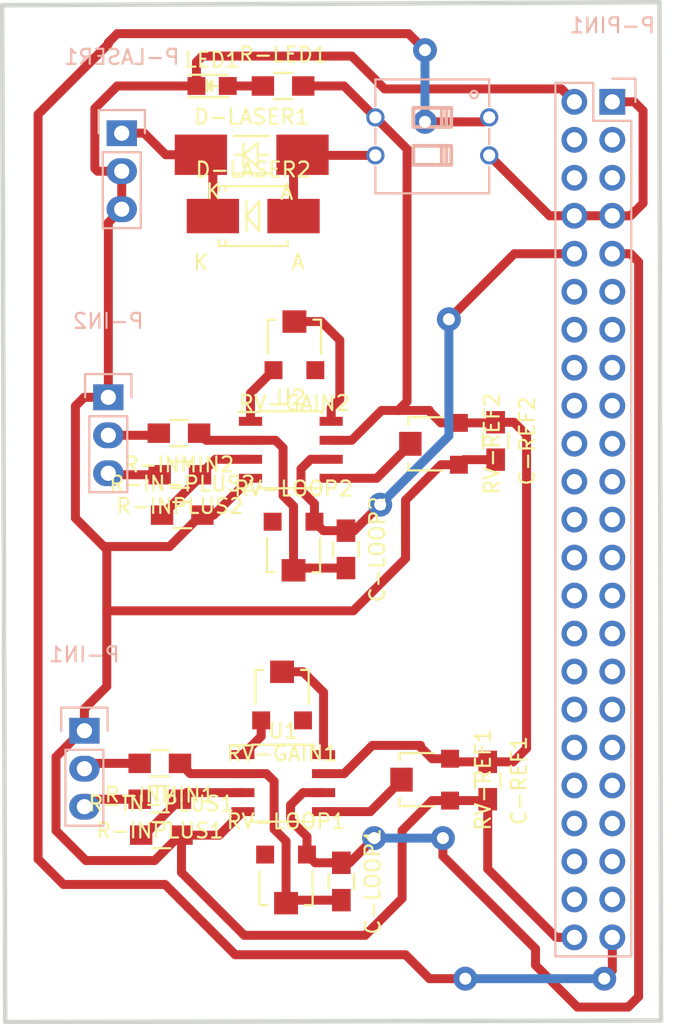
<source format=kicad_pcb>
(kicad_pcb (version 4) (host pcbnew 4.0.5)

  (general
    (links 56)
    (no_connects 0)
    (area 84.249999 45.549999 130.273334 114.050001)
    (thickness 1.6)
    (drawings 4)
    (tracks 217)
    (zones 0)
    (modules 27)
    (nets 66)
  )

  (page User 200 200)
  (layers
    (0 F.Cu signal)
    (31 B.Cu signal)
    (32 B.Adhes user)
    (33 F.Adhes user)
    (34 B.Paste user)
    (35 F.Paste user)
    (36 B.SilkS user)
    (37 F.SilkS user)
    (38 B.Mask user)
    (39 F.Mask user)
    (40 Dwgs.User user)
    (41 Cmts.User user)
    (42 Eco1.User user)
    (43 Eco2.User user)
    (44 Edge.Cuts user)
    (45 Margin user)
    (46 B.CrtYd user)
    (47 F.CrtYd user)
    (48 B.Fab user)
    (49 F.Fab user)
  )

  (setup
    (last_trace_width 0.25)
    (user_trace_width 0.3)
    (user_trace_width 0.6)
    (user_trace_width 0.9)
    (user_trace_width 1.2)
    (trace_clearance 0.2)
    (zone_clearance 0.508)
    (zone_45_only no)
    (trace_min 0.2)
    (segment_width 0.2)
    (edge_width 0.3)
    (via_size 1.6)
    (via_drill 0.8)
    (via_min_size 0.4)
    (via_min_drill 0.3)
    (uvia_size 0.3)
    (uvia_drill 0.1)
    (uvias_allowed no)
    (uvia_min_size 0.2)
    (uvia_min_drill 0.1)
    (pcb_text_width 0.3)
    (pcb_text_size 1.5 1.5)
    (mod_edge_width 0.15)
    (mod_text_size 1 1)
    (mod_text_width 0.15)
    (pad_size 1.524 1.524)
    (pad_drill 0.762)
    (pad_to_mask_clearance 0.2)
    (aux_axis_origin 0 0)
    (visible_elements FFFFEF7F)
    (pcbplotparams
      (layerselection 0x00000_00000001)
      (usegerberextensions false)
      (excludeedgelayer false)
      (linewidth 0.100000)
      (plotframeref false)
      (viasonmask true)
      (mode 1)
      (useauxorigin false)
      (hpglpennumber 1)
      (hpglpenspeed 20)
      (hpglpendiameter 15)
      (hpglpenoverlay 2)
      (psnegative false)
      (psa4output false)
      (plotreference true)
      (plotvalue true)
      (plotinvisibletext false)
      (padsonsilk false)
      (subtractmaskfromsilk false)
      (outputformat 4)
      (mirror false)
      (drillshape 2)
      (scaleselection 1)
      (outputdirectory ""))
  )

  (net 0 "")
  (net 1 /ADC1)
  (net 2 /ADC0)
  (net 3 VCC)
  (net 4 GND)
  (net 5 "Net-(D-LASER1-Pad1)")
  (net 6 "Net-(D-LASER1-Pad2)")
  (net 7 "Net-(LED1-Pad2)")
  (net 8 "Net-(P-IN1-Pad2)")
  (net 9 "Net-(P-IN1-Pad3)")
  (net 10 "Net-(P-IN2-Pad2)")
  (net 11 "Net-(P-IN2-Pad3)")
  (net 12 /PIN_VDD)
  (net 13 "Net-(P-PIN1-Pad3)")
  (net 14 "Net-(P-PIN1-Pad4)")
  (net 15 "Net-(P-PIN1-Pad5)")
  (net 16 "Net-(P-PIN1-Pad6)")
  (net 17 "Net-(P-PIN1-Pad11)")
  (net 18 "Net-(P-PIN1-Pad12)")
  (net 19 "Net-(P-PIN1-Pad13)")
  (net 20 "Net-(P-PIN1-Pad14)")
  (net 21 "Net-(P-PIN1-Pad15)")
  (net 22 "Net-(P-PIN1-Pad16)")
  (net 23 "Net-(P-PIN1-Pad17)")
  (net 24 "Net-(P-PIN1-Pad18)")
  (net 25 "Net-(P-PIN1-Pad19)")
  (net 26 "Net-(P-PIN1-Pad20)")
  (net 27 "Net-(P-PIN1-Pad21)")
  (net 28 "Net-(P-PIN1-Pad22)")
  (net 29 "Net-(P-PIN1-Pad23)")
  (net 30 "Net-(P-PIN1-Pad24)")
  (net 31 "Net-(P-PIN1-Pad25)")
  (net 32 "Net-(P-PIN1-Pad26)")
  (net 33 "Net-(P-PIN1-Pad27)")
  (net 34 "Net-(P-PIN1-Pad28)")
  (net 35 "Net-(P-PIN1-Pad29)")
  (net 36 "Net-(P-PIN1-Pad30)")
  (net 37 "Net-(P-PIN1-Pad31)")
  (net 38 "Net-(P-PIN1-Pad32)")
  (net 39 "Net-(P-PIN1-Pad33)")
  (net 40 "Net-(P-PIN1-Pad34)")
  (net 41 "Net-(P-PIN1-Pad35)")
  (net 42 "Net-(P-PIN1-Pad36)")
  (net 43 "Net-(P-PIN1-Pad37)")
  (net 44 "Net-(P-PIN1-Pad38)")
  (net 45 "Net-(P-PIN1-Pad39)")
  (net 46 "Net-(P-PIN1-Pad40)")
  (net 47 "Net-(P-PIN1-Pad41)")
  (net 48 "Net-(P-PIN1-Pad42)")
  (net 49 "Net-(P-PIN1-Pad43)")
  (net 50 "Net-(P-PIN1-Pad44)")
  (net 51 "Net-(R-IN-PLUS1-Pad1)")
  (net 52 "Net-(R-IN-PLUS2-Pad1)")
  (net 53 "Net-(RV-GAIN1-Pad1)")
  (net 54 "Net-(RV-GAIN1-Pad2)")
  (net 55 "Net-(RV-GAIN2-Pad1)")
  (net 56 "Net-(RV-GAIN2-Pad2)")
  (net 57 "Net-(RV-REF1-Pad2)")
  (net 58 "Net-(RV-REF2-Pad2)")
  (net 59 /PIN_VCC)
  (net 60 "Net-(RV-GAIN1-Pad3)")
  (net 61 "Net-(RV-GAIN2-Pad3)")
  (net 62 "Net-(C-LOOP1-Pad2)")
  (net 63 "Net-(C-LOOP2-Pad2)")
  (net 64 "Net-(RV-LOOP1-Pad3)")
  (net 65 "Net-(RV-LOOP2-Pad3)")

  (net_class Default "This is the default net class."
    (clearance 0.2)
    (trace_width 0.25)
    (via_dia 1.6)
    (via_drill 0.8)
    (uvia_dia 0.3)
    (uvia_drill 0.1)
    (add_net /ADC0)
    (add_net /ADC1)
    (add_net /PIN_VCC)
    (add_net /PIN_VDD)
    (add_net GND)
    (add_net "Net-(C-LOOP1-Pad2)")
    (add_net "Net-(C-LOOP2-Pad2)")
    (add_net "Net-(D-LASER1-Pad1)")
    (add_net "Net-(D-LASER1-Pad2)")
    (add_net "Net-(LED1-Pad2)")
    (add_net "Net-(P-IN1-Pad2)")
    (add_net "Net-(P-IN1-Pad3)")
    (add_net "Net-(P-IN2-Pad2)")
    (add_net "Net-(P-IN2-Pad3)")
    (add_net "Net-(P-PIN1-Pad11)")
    (add_net "Net-(P-PIN1-Pad12)")
    (add_net "Net-(P-PIN1-Pad13)")
    (add_net "Net-(P-PIN1-Pad14)")
    (add_net "Net-(P-PIN1-Pad15)")
    (add_net "Net-(P-PIN1-Pad16)")
    (add_net "Net-(P-PIN1-Pad17)")
    (add_net "Net-(P-PIN1-Pad18)")
    (add_net "Net-(P-PIN1-Pad19)")
    (add_net "Net-(P-PIN1-Pad20)")
    (add_net "Net-(P-PIN1-Pad21)")
    (add_net "Net-(P-PIN1-Pad22)")
    (add_net "Net-(P-PIN1-Pad23)")
    (add_net "Net-(P-PIN1-Pad24)")
    (add_net "Net-(P-PIN1-Pad25)")
    (add_net "Net-(P-PIN1-Pad26)")
    (add_net "Net-(P-PIN1-Pad27)")
    (add_net "Net-(P-PIN1-Pad28)")
    (add_net "Net-(P-PIN1-Pad29)")
    (add_net "Net-(P-PIN1-Pad3)")
    (add_net "Net-(P-PIN1-Pad30)")
    (add_net "Net-(P-PIN1-Pad31)")
    (add_net "Net-(P-PIN1-Pad32)")
    (add_net "Net-(P-PIN1-Pad33)")
    (add_net "Net-(P-PIN1-Pad34)")
    (add_net "Net-(P-PIN1-Pad35)")
    (add_net "Net-(P-PIN1-Pad36)")
    (add_net "Net-(P-PIN1-Pad37)")
    (add_net "Net-(P-PIN1-Pad38)")
    (add_net "Net-(P-PIN1-Pad39)")
    (add_net "Net-(P-PIN1-Pad4)")
    (add_net "Net-(P-PIN1-Pad40)")
    (add_net "Net-(P-PIN1-Pad41)")
    (add_net "Net-(P-PIN1-Pad42)")
    (add_net "Net-(P-PIN1-Pad43)")
    (add_net "Net-(P-PIN1-Pad44)")
    (add_net "Net-(P-PIN1-Pad5)")
    (add_net "Net-(P-PIN1-Pad6)")
    (add_net "Net-(R-IN-PLUS1-Pad1)")
    (add_net "Net-(R-IN-PLUS2-Pad1)")
    (add_net "Net-(RV-GAIN1-Pad1)")
    (add_net "Net-(RV-GAIN1-Pad2)")
    (add_net "Net-(RV-GAIN1-Pad3)")
    (add_net "Net-(RV-GAIN2-Pad1)")
    (add_net "Net-(RV-GAIN2-Pad2)")
    (add_net "Net-(RV-GAIN2-Pad3)")
    (add_net "Net-(RV-LOOP1-Pad3)")
    (add_net "Net-(RV-LOOP2-Pad3)")
    (add_net "Net-(RV-REF1-Pad2)")
    (add_net "Net-(RV-REF2-Pad2)")
    (add_net VCC)
  )

  (module switch-dil:DIP02YL (layer B.Cu) (tedit 0) (tstamp 58BE5C46)
    (at 113.19 54.67 270)
    (descr "<b>DIL/CODE SWITCH</b><p>")
    (path /58BED734)
    (fp_text reference SW-PWR1 (at -4.7752 0.0508 540) (layer Eco1.User)
      (effects (font (size 1.27 1.27) (thickness 0.127)))
    )
    (fp_text value SW_DIP_x02 (at 2.8702 0.6604 540) (layer Eco1.User)
      (effects (font (size 1.27 1.27) (thickness 0.127)))
    )
    (fp_text user 1 (at -1.651 -3.683 270) (layer Cmts.User)
      (effects (font (size 1.27 1.27) (thickness 0.127)))
    )
    (fp_text user 2 (at 0.889 -3.683 270) (layer Cmts.User)
      (effects (font (size 1.27 1.27) (thickness 0.127)))
    )
    (fp_text user ON (at -0.381 1.0668 270) (layer Cmts.User)
      (effects (font (size 1.27 1.27) (thickness 0.127)))
    )
    (fp_line (start 3.81 -3.81) (end 3.81 3.81) (layer B.SilkS) (width 0.1524))
    (fp_line (start -3.81 3.81) (end -3.81 -3.81) (layer B.SilkS) (width 0.1524))
    (fp_line (start -1.905 -1.27) (end -0.635 -1.27) (layer B.SilkS) (width 0.254))
    (fp_line (start -0.635 -1.27) (end -0.635 -0.9398) (layer B.SilkS) (width 0.254))
    (fp_line (start -0.635 1.27) (end -1.905 1.27) (layer B.SilkS) (width 0.254))
    (fp_line (start -1.905 1.27) (end -1.905 -0.635) (layer B.SilkS) (width 0.254))
    (fp_line (start 0.635 -1.27) (end 1.905 -1.27) (layer B.SilkS) (width 0.254))
    (fp_line (start 1.905 -1.27) (end 1.905 -0.9398) (layer B.SilkS) (width 0.254))
    (fp_line (start 1.905 1.27) (end 0.635 1.27) (layer B.SilkS) (width 0.254))
    (fp_line (start 0.635 1.27) (end 0.635 -0.635) (layer B.SilkS) (width 0.254))
    (fp_line (start -1.905 -0.9398) (end -0.635 -0.9398) (layer B.SilkS) (width 0.254))
    (fp_line (start -1.905 -0.9398) (end -1.905 -1.27) (layer B.SilkS) (width 0.254))
    (fp_line (start -0.635 -0.9398) (end -0.635 -0.635) (layer B.SilkS) (width 0.254))
    (fp_line (start -1.905 -0.635) (end -0.635 -0.635) (layer B.SilkS) (width 0.254))
    (fp_line (start -1.905 -0.635) (end -1.905 -0.9398) (layer B.SilkS) (width 0.254))
    (fp_line (start -0.635 -0.635) (end -0.635 1.27) (layer B.SilkS) (width 0.254))
    (fp_line (start 0.635 -0.9398) (end 1.905 -0.9398) (layer B.SilkS) (width 0.254))
    (fp_line (start 0.635 -0.9398) (end 0.635 -1.27) (layer B.SilkS) (width 0.254))
    (fp_line (start 1.905 -0.9398) (end 1.905 -0.635) (layer B.SilkS) (width 0.254))
    (fp_line (start 0.635 -0.635) (end 1.905 -0.635) (layer B.SilkS) (width 0.254))
    (fp_line (start 0.635 -0.635) (end 0.635 -0.9398) (layer B.SilkS) (width 0.254))
    (fp_line (start 1.905 -0.635) (end 1.905 1.27) (layer B.SilkS) (width 0.254))
    (fp_line (start 3.81 -3.81) (end 2.032 -3.81) (layer B.SilkS) (width 0.1524))
    (fp_line (start -3.81 -3.81) (end -2.032 -3.81) (layer B.SilkS) (width 0.1524))
    (fp_line (start -3.81 3.81) (end -2.032 3.81) (layer B.SilkS) (width 0.1524))
    (fp_line (start 3.81 3.81) (end 2.032 3.81) (layer B.SilkS) (width 0.1524))
    (fp_line (start -2.032 -3.81) (end -0.508 -3.81) (layer Cmts.User) (width 0.1524))
    (fp_line (start -0.508 -3.81) (end 0.508 -3.81) (layer B.SilkS) (width 0.1524))
    (fp_line (start 0.508 -3.81) (end 2.032 -3.81) (layer Cmts.User) (width 0.1524))
    (fp_line (start 2.032 3.81) (end 0.508 3.81) (layer Cmts.User) (width 0.1524))
    (fp_line (start 0.508 3.81) (end -0.508 3.81) (layer B.SilkS) (width 0.1524))
    (fp_line (start -0.508 3.81) (end -2.032 3.81) (layer Cmts.User) (width 0.1524))
    (fp_circle (center -2.794 -2.794) (end -2.54 -2.794) (layer B.SilkS) (width 0.1524))
    (pad 1 thru_hole oval (at -1.27 -3.81 180) (size 1.2192 1.2192) (drill 0.8128) (layers *.Cu *.Mask)
      (net 59 /PIN_VCC))
    (pad 2 thru_hole oval (at 1.27 -3.81 180) (size 1.2192 1.2192) (drill 0.8128) (layers *.Cu *.Mask)
      (net 12 /PIN_VDD))
    (pad 3 thru_hole oval (at 1.27 3.81 180) (size 1.2192 1.2192) (drill 0.8128) (layers *.Cu *.Mask)
      (net 6 "Net-(D-LASER1-Pad2)"))
    (pad 4 thru_hole oval (at -1.27 3.81 180) (size 1.2192 1.2192) (drill 0.8128) (layers *.Cu *.Mask)
      (net 3 VCC))
  )

  (module Capacitors_SMD:C_0805_HandSoldering (layer F.Cu) (tedit 541A9B8D) (tstamp 58BE5B8D)
    (at 107.1 104.5 270)
    (descr "Capacitor SMD 0805, hand soldering")
    (tags "capacitor 0805")
    (path /58BE7644)
    (attr smd)
    (fp_text reference C-LOOP1 (at 0 -2.1 270) (layer F.SilkS)
      (effects (font (size 1 1) (thickness 0.15)))
    )
    (fp_text value 0.1uF (at 0 2.1 270) (layer F.Fab)
      (effects (font (size 1 1) (thickness 0.15)))
    )
    (fp_line (start -1 0.625) (end -1 -0.625) (layer F.Fab) (width 0.15))
    (fp_line (start 1 0.625) (end -1 0.625) (layer F.Fab) (width 0.15))
    (fp_line (start 1 -0.625) (end 1 0.625) (layer F.Fab) (width 0.15))
    (fp_line (start -1 -0.625) (end 1 -0.625) (layer F.Fab) (width 0.15))
    (fp_line (start -2.3 -1) (end 2.3 -1) (layer F.CrtYd) (width 0.05))
    (fp_line (start -2.3 1) (end 2.3 1) (layer F.CrtYd) (width 0.05))
    (fp_line (start -2.3 -1) (end -2.3 1) (layer F.CrtYd) (width 0.05))
    (fp_line (start 2.3 -1) (end 2.3 1) (layer F.CrtYd) (width 0.05))
    (fp_line (start 0.5 -0.85) (end -0.5 -0.85) (layer F.SilkS) (width 0.15))
    (fp_line (start -0.5 0.85) (end 0.5 0.85) (layer F.SilkS) (width 0.15))
    (pad 1 smd rect (at -1.25 0 270) (size 1.5 1.25) (layers F.Cu F.Paste F.Mask)
      (net 1 /ADC1))
    (pad 2 smd rect (at 1.25 0 270) (size 1.5 1.25) (layers F.Cu F.Paste F.Mask)
      (net 62 "Net-(C-LOOP1-Pad2)"))
    (model Capacitors_SMD.3dshapes/C_0805_HandSoldering.wrl
      (at (xyz 0 0 0))
      (scale (xyz 1 1 1))
      (rotate (xyz 0 0 0))
    )
  )

  (module Capacitors_SMD:C_0805_HandSoldering (layer F.Cu) (tedit 541A9B8D) (tstamp 58BE5B93)
    (at 107.41 82.29 270)
    (descr "Capacitor SMD 0805, hand soldering")
    (tags "capacitor 0805")
    (path /58BE6188)
    (attr smd)
    (fp_text reference C-LOOP2 (at 0 -2.1 270) (layer F.SilkS)
      (effects (font (size 1 1) (thickness 0.15)))
    )
    (fp_text value 0.1uF (at 0 2.1 270) (layer F.Fab)
      (effects (font (size 1 1) (thickness 0.15)))
    )
    (fp_line (start -1 0.625) (end -1 -0.625) (layer F.Fab) (width 0.15))
    (fp_line (start 1 0.625) (end -1 0.625) (layer F.Fab) (width 0.15))
    (fp_line (start 1 -0.625) (end 1 0.625) (layer F.Fab) (width 0.15))
    (fp_line (start -1 -0.625) (end 1 -0.625) (layer F.Fab) (width 0.15))
    (fp_line (start -2.3 -1) (end 2.3 -1) (layer F.CrtYd) (width 0.05))
    (fp_line (start -2.3 1) (end 2.3 1) (layer F.CrtYd) (width 0.05))
    (fp_line (start -2.3 -1) (end -2.3 1) (layer F.CrtYd) (width 0.05))
    (fp_line (start 2.3 -1) (end 2.3 1) (layer F.CrtYd) (width 0.05))
    (fp_line (start 0.5 -0.85) (end -0.5 -0.85) (layer F.SilkS) (width 0.15))
    (fp_line (start -0.5 0.85) (end 0.5 0.85) (layer F.SilkS) (width 0.15))
    (pad 1 smd rect (at -1.25 0 270) (size 1.5 1.25) (layers F.Cu F.Paste F.Mask)
      (net 2 /ADC0))
    (pad 2 smd rect (at 1.25 0 270) (size 1.5 1.25) (layers F.Cu F.Paste F.Mask)
      (net 63 "Net-(C-LOOP2-Pad2)"))
    (model Capacitors_SMD.3dshapes/C_0805_HandSoldering.wrl
      (at (xyz 0 0 0))
      (scale (xyz 1 1 1))
      (rotate (xyz 0 0 0))
    )
  )

  (module Capacitors_SMD:C_0805_HandSoldering (layer F.Cu) (tedit 541A9B8D) (tstamp 58BE5B99)
    (at 116.9 97.75 270)
    (descr "Capacitor SMD 0805, hand soldering")
    (tags "capacitor 0805")
    (path /58BE763B)
    (attr smd)
    (fp_text reference C-REF1 (at 0 -2.1 270) (layer F.SilkS)
      (effects (font (size 1 1) (thickness 0.15)))
    )
    (fp_text value 0.1uF (at 0 2.1 270) (layer F.Fab)
      (effects (font (size 1 1) (thickness 0.15)))
    )
    (fp_line (start -1 0.625) (end -1 -0.625) (layer F.Fab) (width 0.15))
    (fp_line (start 1 0.625) (end -1 0.625) (layer F.Fab) (width 0.15))
    (fp_line (start 1 -0.625) (end 1 0.625) (layer F.Fab) (width 0.15))
    (fp_line (start -1 -0.625) (end 1 -0.625) (layer F.Fab) (width 0.15))
    (fp_line (start -2.3 -1) (end 2.3 -1) (layer F.CrtYd) (width 0.05))
    (fp_line (start -2.3 1) (end 2.3 1) (layer F.CrtYd) (width 0.05))
    (fp_line (start -2.3 -1) (end -2.3 1) (layer F.CrtYd) (width 0.05))
    (fp_line (start 2.3 -1) (end 2.3 1) (layer F.CrtYd) (width 0.05))
    (fp_line (start 0.5 -0.85) (end -0.5 -0.85) (layer F.SilkS) (width 0.15))
    (fp_line (start -0.5 0.85) (end 0.5 0.85) (layer F.SilkS) (width 0.15))
    (pad 1 smd rect (at -1.25 0 270) (size 1.5 1.25) (layers F.Cu F.Paste F.Mask)
      (net 3 VCC))
    (pad 2 smd rect (at 1.25 0 270) (size 1.5 1.25) (layers F.Cu F.Paste F.Mask)
      (net 4 GND))
    (model Capacitors_SMD.3dshapes/C_0805_HandSoldering.wrl
      (at (xyz 0 0 0))
      (scale (xyz 1 1 1))
      (rotate (xyz 0 0 0))
    )
  )

  (module Capacitors_SMD:C_0805_HandSoldering (layer F.Cu) (tedit 541A9B8D) (tstamp 58BE5B9F)
    (at 117.43 75.04 270)
    (descr "Capacitor SMD 0805, hand soldering")
    (tags "capacitor 0805")
    (path /58BE5DA6)
    (attr smd)
    (fp_text reference C-REF2 (at 0 -2.1 270) (layer F.SilkS)
      (effects (font (size 1 1) (thickness 0.15)))
    )
    (fp_text value 0.1uF (at 0 2.1 270) (layer F.Fab)
      (effects (font (size 1 1) (thickness 0.15)))
    )
    (fp_line (start -1 0.625) (end -1 -0.625) (layer F.Fab) (width 0.15))
    (fp_line (start 1 0.625) (end -1 0.625) (layer F.Fab) (width 0.15))
    (fp_line (start 1 -0.625) (end 1 0.625) (layer F.Fab) (width 0.15))
    (fp_line (start -1 -0.625) (end 1 -0.625) (layer F.Fab) (width 0.15))
    (fp_line (start -2.3 -1) (end 2.3 -1) (layer F.CrtYd) (width 0.05))
    (fp_line (start -2.3 1) (end 2.3 1) (layer F.CrtYd) (width 0.05))
    (fp_line (start -2.3 -1) (end -2.3 1) (layer F.CrtYd) (width 0.05))
    (fp_line (start 2.3 -1) (end 2.3 1) (layer F.CrtYd) (width 0.05))
    (fp_line (start 0.5 -0.85) (end -0.5 -0.85) (layer F.SilkS) (width 0.15))
    (fp_line (start -0.5 0.85) (end 0.5 0.85) (layer F.SilkS) (width 0.15))
    (pad 1 smd rect (at -1.25 0 270) (size 1.5 1.25) (layers F.Cu F.Paste F.Mask)
      (net 3 VCC))
    (pad 2 smd rect (at 1.25 0 270) (size 1.5 1.25) (layers F.Cu F.Paste F.Mask)
      (net 4 GND))
    (model Capacitors_SMD.3dshapes/C_0805_HandSoldering.wrl
      (at (xyz 0 0 0))
      (scale (xyz 1 1 1))
      (rotate (xyz 0 0 0))
    )
  )

  (module Diodes_SMD:MELF_Handsoldering (layer F.Cu) (tedit 552FE6B7) (tstamp 58BE5BA5)
    (at 101.09894 55.9)
    (descr "Diode MELF Handsoldering")
    (tags "Diode MELF Handsoldering")
    (path /58BEE03B)
    (attr smd)
    (fp_text reference D-LASER1 (at 0 -2.54) (layer F.SilkS)
      (effects (font (size 1 1) (thickness 0.15)))
    )
    (fp_text value D (at 0 3.81) (layer F.Fab)
      (effects (font (size 1 1) (thickness 0.15)))
    )
    (fp_line (start -5.4 -1.6) (end 5.4 -1.6) (layer F.CrtYd) (width 0.05))
    (fp_line (start 5.4 -1.6) (end 5.4 1.6) (layer F.CrtYd) (width 0.05))
    (fp_line (start 5.4 1.6) (end -5.4 1.6) (layer F.CrtYd) (width 0.05))
    (fp_line (start -5.4 1.6) (end -5.4 -1.6) (layer F.CrtYd) (width 0.05))
    (fp_line (start 0.39878 0) (end 1.09982 0) (layer F.SilkS) (width 0.15))
    (fp_line (start -0.55118 0) (end -1.09982 0) (layer F.SilkS) (width 0.15))
    (fp_line (start -0.55118 0) (end -0.55118 0.8001) (layer F.SilkS) (width 0.15))
    (fp_line (start -0.55118 0) (end -0.55118 -0.8001) (layer F.SilkS) (width 0.15))
    (fp_line (start -0.55118 0) (end 0.39878 -0.8001) (layer F.SilkS) (width 0.15))
    (fp_line (start 0.39878 -0.8001) (end 0.39878 0.8001) (layer F.SilkS) (width 0.15))
    (fp_line (start 0.39878 0.8001) (end -0.55118 0) (layer F.SilkS) (width 0.15))
    (fp_text user K (at -2.55 2.45) (layer F.SilkS)
      (effects (font (size 1 1) (thickness 0.15)))
    )
    (fp_text user A (at 2.35 2.5) (layer F.SilkS)
      (effects (font (size 1 1) (thickness 0.15)))
    )
    (fp_line (start -1.09982 -1.24968) (end -1.19888 -1.24968) (layer F.SilkS) (width 0.15))
    (fp_line (start -1.09982 1.24968) (end -1.19888 1.24968) (layer F.SilkS) (width 0.15))
    (fp_line (start 1.19888 -1.24968) (end -1.15062 -1.24968) (layer F.SilkS) (width 0.15))
    (fp_line (start 1.19888 1.24968) (end -1.04902 1.24968) (layer F.SilkS) (width 0.15))
    (pad 1 smd rect (at -3.40106 0) (size 3.50012 2.70002) (layers F.Cu F.Paste F.Mask)
      (net 5 "Net-(D-LASER1-Pad1)"))
    (pad 2 smd rect (at 3.40106 0) (size 3.50012 2.70002) (layers F.Cu F.Paste F.Mask)
      (net 6 "Net-(D-LASER1-Pad2)"))
    (model Diodes_SMD.3dshapes/MELF_Handsoldering.wrl
      (at (xyz 0 0 0))
      (scale (xyz 0.3937 0.3937 0.3937))
      (rotate (xyz 0 0 180))
    )
  )

  (module Diodes_SMD:SMB_Handsoldering (layer F.Cu) (tedit 552FF2F0) (tstamp 58BE5BAB)
    (at 101.19998 60)
    (descr "Diode SMB Handsoldering")
    (tags "Diode SMB Handsoldering")
    (path /58BEE184)
    (attr smd)
    (fp_text reference D-LASER2 (at 0 -3.1) (layer F.SilkS)
      (effects (font (size 1 1) (thickness 0.15)))
    )
    (fp_text value D (at 0.1 4.75) (layer F.Fab)
      (effects (font (size 1 1) (thickness 0.15)))
    )
    (fp_line (start -4.7 -2.25) (end 4.7 -2.25) (layer F.CrtYd) (width 0.05))
    (fp_line (start 4.7 -2.25) (end 4.7 2.25) (layer F.CrtYd) (width 0.05))
    (fp_line (start 4.7 2.25) (end -4.7 2.25) (layer F.CrtYd) (width 0.05))
    (fp_line (start -4.7 2.25) (end -4.7 -2.25) (layer F.CrtYd) (width 0.05))
    (fp_line (start -0.44958 0) (end 0.39878 -1.00076) (layer F.SilkS) (width 0.15))
    (fp_line (start 0.39878 -1.00076) (end 0.39878 1.00076) (layer F.SilkS) (width 0.15))
    (fp_line (start 0.39878 1.00076) (end -0.44958 0) (layer F.SilkS) (width 0.15))
    (fp_line (start -0.44958 0) (end -0.44958 1.00076) (layer F.SilkS) (width 0.15))
    (fp_line (start -0.44958 0) (end -0.44958 -1.00076) (layer F.SilkS) (width 0.15))
    (fp_text user K (at -3.5 3.1) (layer F.SilkS)
      (effects (font (size 1 1) (thickness 0.15)))
    )
    (fp_text user A (at 3 3.05) (layer F.SilkS)
      (effects (font (size 1 1) (thickness 0.15)))
    )
    (fp_line (start -2.30632 1.8) (end -2.30632 1.6002) (layer F.SilkS) (width 0.15))
    (fp_line (start -1.84928 1.8) (end -1.84928 1.601) (layer F.SilkS) (width 0.15))
    (fp_line (start 2.30124 1.8) (end 2.30124 1.651) (layer F.SilkS) (width 0.15))
    (fp_line (start -2.30124 -1.8) (end -2.30124 -1.651) (layer F.SilkS) (width 0.15))
    (fp_line (start -1.84928 -1.8) (end -1.84928 -1.651) (layer F.SilkS) (width 0.15))
    (fp_line (start 2.30124 -1.8) (end 2.30124 -1.651) (layer F.SilkS) (width 0.15))
    (fp_line (start -1.84928 1.94898) (end -1.84928 1.75086) (layer F.SilkS) (width 0.15))
    (fp_line (start -1.84928 -1.99898) (end -1.84928 -1.80086) (layer F.SilkS) (width 0.15))
    (fp_line (start 2.29616 1.99644) (end 2.29616 1.79832) (layer F.SilkS) (width 0.15))
    (fp_line (start -2.30632 1.99644) (end 2.29616 1.99644) (layer F.SilkS) (width 0.15))
    (fp_line (start -2.30632 1.99644) (end -2.30632 1.79832) (layer F.SilkS) (width 0.15))
    (fp_line (start -2.30124 -1.99898) (end -2.30124 -1.80086) (layer F.SilkS) (width 0.15))
    (fp_line (start -2.30124 -1.99898) (end 2.30124 -1.99898) (layer F.SilkS) (width 0.15))
    (fp_line (start 2.30124 -1.99898) (end 2.30124 -1.80086) (layer F.SilkS) (width 0.15))
    (pad 1 smd rect (at -2.70002 0) (size 3.50012 2.30124) (layers F.Cu F.Paste F.Mask)
      (net 5 "Net-(D-LASER1-Pad1)"))
    (pad 2 smd rect (at 2.70002 0) (size 3.50012 2.30124) (layers F.Cu F.Paste F.Mask)
      (net 6 "Net-(D-LASER1-Pad2)"))
    (model Diodes_SMD.3dshapes/SMB_Handsoldering.wrl
      (at (xyz 0 0 0))
      (scale (xyz 0.3937 0.3937 0.3937))
      (rotate (xyz 0 0 180))
    )
  )

  (module LEDs:LED_0805 (layer F.Cu) (tedit 55BDE1C2) (tstamp 58BE5BB1)
    (at 98.44902 51.3)
    (descr "LED 0805 smd package")
    (tags "LED 0805 SMD")
    (path /58BE59A0)
    (attr smd)
    (fp_text reference LED1 (at 0 -1.75) (layer F.SilkS)
      (effects (font (size 1 1) (thickness 0.15)))
    )
    (fp_text value LED (at -0.04902 1.7) (layer F.Fab)
      (effects (font (size 1 1) (thickness 0.15)))
    )
    (fp_line (start -0.4 -0.3) (end -0.4 0.3) (layer F.Fab) (width 0.15))
    (fp_line (start -0.3 0) (end 0 -0.3) (layer F.Fab) (width 0.15))
    (fp_line (start 0 0.3) (end -0.3 0) (layer F.Fab) (width 0.15))
    (fp_line (start 0 -0.3) (end 0 0.3) (layer F.Fab) (width 0.15))
    (fp_line (start 1 -0.6) (end -1 -0.6) (layer F.Fab) (width 0.15))
    (fp_line (start 1 0.6) (end 1 -0.6) (layer F.Fab) (width 0.15))
    (fp_line (start -1 0.6) (end 1 0.6) (layer F.Fab) (width 0.15))
    (fp_line (start -1 -0.6) (end -1 0.6) (layer F.Fab) (width 0.15))
    (fp_line (start -1.6 0.75) (end 1.1 0.75) (layer F.SilkS) (width 0.15))
    (fp_line (start -1.6 -0.75) (end 1.1 -0.75) (layer F.SilkS) (width 0.15))
    (fp_line (start -0.1 0.15) (end -0.1 -0.1) (layer F.SilkS) (width 0.15))
    (fp_line (start -0.1 -0.1) (end -0.25 0.05) (layer F.SilkS) (width 0.15))
    (fp_line (start -0.35 -0.35) (end -0.35 0.35) (layer F.SilkS) (width 0.15))
    (fp_line (start 0 0) (end 0.35 0) (layer F.SilkS) (width 0.15))
    (fp_line (start -0.35 0) (end 0 -0.35) (layer F.SilkS) (width 0.15))
    (fp_line (start 0 -0.35) (end 0 0.35) (layer F.SilkS) (width 0.15))
    (fp_line (start 0 0.35) (end -0.35 0) (layer F.SilkS) (width 0.15))
    (fp_line (start 1.9 -0.95) (end 1.9 0.95) (layer F.CrtYd) (width 0.05))
    (fp_line (start 1.9 0.95) (end -1.9 0.95) (layer F.CrtYd) (width 0.05))
    (fp_line (start -1.9 0.95) (end -1.9 -0.95) (layer F.CrtYd) (width 0.05))
    (fp_line (start -1.9 -0.95) (end 1.9 -0.95) (layer F.CrtYd) (width 0.05))
    (pad 2 smd rect (at 1.04902 0 180) (size 1.19888 1.19888) (layers F.Cu F.Paste F.Mask)
      (net 7 "Net-(LED1-Pad2)"))
    (pad 1 smd rect (at -1.04902 0 180) (size 1.19888 1.19888) (layers F.Cu F.Paste F.Mask)
      (net 4 GND))
    (model LEDs.3dshapes/LED_0805.wrl
      (at (xyz 0 0 0))
      (scale (xyz 1 1 1))
      (rotate (xyz 0 0 0))
    )
  )

  (module Pin_Headers:Pin_Header_Straight_1x03 (layer B.Cu) (tedit 0) (tstamp 58BE5BB8)
    (at 89.9 94.42 180)
    (descr "Through hole pin header")
    (tags "pin header")
    (path /58BE75ED)
    (fp_text reference P-IN1 (at 0 5.1 180) (layer B.SilkS)
      (effects (font (size 1 1) (thickness 0.15)) (justify mirror))
    )
    (fp_text value CONN_01X03 (at 0 3.1 180) (layer B.Fab)
      (effects (font (size 1 1) (thickness 0.15)) (justify mirror))
    )
    (fp_line (start -1.75 1.75) (end -1.75 -6.85) (layer B.CrtYd) (width 0.05))
    (fp_line (start 1.75 1.75) (end 1.75 -6.85) (layer B.CrtYd) (width 0.05))
    (fp_line (start -1.75 1.75) (end 1.75 1.75) (layer B.CrtYd) (width 0.05))
    (fp_line (start -1.75 -6.85) (end 1.75 -6.85) (layer B.CrtYd) (width 0.05))
    (fp_line (start -1.27 -1.27) (end -1.27 -6.35) (layer B.SilkS) (width 0.15))
    (fp_line (start -1.27 -6.35) (end 1.27 -6.35) (layer B.SilkS) (width 0.15))
    (fp_line (start 1.27 -6.35) (end 1.27 -1.27) (layer B.SilkS) (width 0.15))
    (fp_line (start 1.55 1.55) (end 1.55 0) (layer B.SilkS) (width 0.15))
    (fp_line (start 1.27 -1.27) (end -1.27 -1.27) (layer B.SilkS) (width 0.15))
    (fp_line (start -1.55 0) (end -1.55 1.55) (layer B.SilkS) (width 0.15))
    (fp_line (start -1.55 1.55) (end 1.55 1.55) (layer B.SilkS) (width 0.15))
    (pad 1 thru_hole rect (at 0 0 180) (size 2.032 1.7272) (drill 1.016) (layers *.Cu *.Mask)
      (net 4 GND))
    (pad 2 thru_hole oval (at 0 -2.54 180) (size 2.032 1.7272) (drill 1.016) (layers *.Cu *.Mask)
      (net 8 "Net-(P-IN1-Pad2)"))
    (pad 3 thru_hole oval (at 0 -5.08 180) (size 2.032 1.7272) (drill 1.016) (layers *.Cu *.Mask)
      (net 9 "Net-(P-IN1-Pad3)"))
    (model Pin_Headers.3dshapes/Pin_Header_Straight_1x03.wrl
      (at (xyz 0 -0.1 0))
      (scale (xyz 1 1 1))
      (rotate (xyz 0 0 90))
    )
  )

  (module Pin_Headers:Pin_Header_Straight_1x03 (layer B.Cu) (tedit 0) (tstamp 58BE5BBF)
    (at 91.5 72.12 180)
    (descr "Through hole pin header")
    (tags "pin header")
    (path /58BE4AC8)
    (fp_text reference P-IN2 (at 0 5.1 180) (layer B.SilkS)
      (effects (font (size 1 1) (thickness 0.15)) (justify mirror))
    )
    (fp_text value CONN_01X03 (at 0 3.1 180) (layer B.Fab)
      (effects (font (size 1 1) (thickness 0.15)) (justify mirror))
    )
    (fp_line (start -1.75 1.75) (end -1.75 -6.85) (layer B.CrtYd) (width 0.05))
    (fp_line (start 1.75 1.75) (end 1.75 -6.85) (layer B.CrtYd) (width 0.05))
    (fp_line (start -1.75 1.75) (end 1.75 1.75) (layer B.CrtYd) (width 0.05))
    (fp_line (start -1.75 -6.85) (end 1.75 -6.85) (layer B.CrtYd) (width 0.05))
    (fp_line (start -1.27 -1.27) (end -1.27 -6.35) (layer B.SilkS) (width 0.15))
    (fp_line (start -1.27 -6.35) (end 1.27 -6.35) (layer B.SilkS) (width 0.15))
    (fp_line (start 1.27 -6.35) (end 1.27 -1.27) (layer B.SilkS) (width 0.15))
    (fp_line (start 1.55 1.55) (end 1.55 0) (layer B.SilkS) (width 0.15))
    (fp_line (start 1.27 -1.27) (end -1.27 -1.27) (layer B.SilkS) (width 0.15))
    (fp_line (start -1.55 0) (end -1.55 1.55) (layer B.SilkS) (width 0.15))
    (fp_line (start -1.55 1.55) (end 1.55 1.55) (layer B.SilkS) (width 0.15))
    (pad 1 thru_hole rect (at 0 0 180) (size 2.032 1.7272) (drill 1.016) (layers *.Cu *.Mask)
      (net 4 GND))
    (pad 2 thru_hole oval (at 0 -2.54 180) (size 2.032 1.7272) (drill 1.016) (layers *.Cu *.Mask)
      (net 10 "Net-(P-IN2-Pad2)"))
    (pad 3 thru_hole oval (at 0 -5.08 180) (size 2.032 1.7272) (drill 1.016) (layers *.Cu *.Mask)
      (net 11 "Net-(P-IN2-Pad3)"))
    (model Pin_Headers.3dshapes/Pin_Header_Straight_1x03.wrl
      (at (xyz 0 -0.1 0))
      (scale (xyz 1 1 1))
      (rotate (xyz 0 0 90))
    )
  )

  (module Pin_Headers:Pin_Header_Straight_1x03 (layer B.Cu) (tedit 0) (tstamp 58BE5BC6)
    (at 92.4 54.46 180)
    (descr "Through hole pin header")
    (tags "pin header")
    (path /58BEE36F)
    (fp_text reference P-LASER1 (at 0 5.1 180) (layer B.SilkS)
      (effects (font (size 1 1) (thickness 0.15)) (justify mirror))
    )
    (fp_text value CONN_01X03 (at 0 3.1 180) (layer B.Fab)
      (effects (font (size 1 1) (thickness 0.15)) (justify mirror))
    )
    (fp_line (start -1.75 1.75) (end -1.75 -6.85) (layer B.CrtYd) (width 0.05))
    (fp_line (start 1.75 1.75) (end 1.75 -6.85) (layer B.CrtYd) (width 0.05))
    (fp_line (start -1.75 1.75) (end 1.75 1.75) (layer B.CrtYd) (width 0.05))
    (fp_line (start -1.75 -6.85) (end 1.75 -6.85) (layer B.CrtYd) (width 0.05))
    (fp_line (start -1.27 -1.27) (end -1.27 -6.35) (layer B.SilkS) (width 0.15))
    (fp_line (start -1.27 -6.35) (end 1.27 -6.35) (layer B.SilkS) (width 0.15))
    (fp_line (start 1.27 -6.35) (end 1.27 -1.27) (layer B.SilkS) (width 0.15))
    (fp_line (start 1.55 1.55) (end 1.55 0) (layer B.SilkS) (width 0.15))
    (fp_line (start 1.27 -1.27) (end -1.27 -1.27) (layer B.SilkS) (width 0.15))
    (fp_line (start -1.55 0) (end -1.55 1.55) (layer B.SilkS) (width 0.15))
    (fp_line (start -1.55 1.55) (end 1.55 1.55) (layer B.SilkS) (width 0.15))
    (pad 1 thru_hole rect (at 0 0 180) (size 2.032 1.7272) (drill 1.016) (layers *.Cu *.Mask)
      (net 5 "Net-(D-LASER1-Pad1)"))
    (pad 2 thru_hole oval (at 0 -2.54 180) (size 2.032 1.7272) (drill 1.016) (layers *.Cu *.Mask)
      (net 4 GND))
    (pad 3 thru_hole oval (at 0 -5.08 180) (size 2.032 1.7272) (drill 1.016) (layers *.Cu *.Mask)
      (net 4 GND))
    (model Pin_Headers.3dshapes/Pin_Header_Straight_1x03.wrl
      (at (xyz 0 -0.1 0))
      (scale (xyz 1 1 1))
      (rotate (xyz 0 0 90))
    )
  )

  (module Pin_Headers:Pin_Header_Straight_2x23 (layer B.Cu) (tedit 0) (tstamp 58BE5BF8)
    (at 125.24 52.36 180)
    (descr "Through hole pin header")
    (tags "pin header")
    (path /58BEFE8D)
    (fp_text reference P-PIN1 (at 0 5.1 180) (layer B.SilkS)
      (effects (font (size 1 1) (thickness 0.15)) (justify mirror))
    )
    (fp_text value CONN_02X23 (at 0 3.1 180) (layer B.Fab)
      (effects (font (size 1 1) (thickness 0.15)) (justify mirror))
    )
    (fp_line (start -1.75 1.75) (end -1.75 -57.65) (layer B.CrtYd) (width 0.05))
    (fp_line (start 4.3 1.75) (end 4.3 -57.65) (layer B.CrtYd) (width 0.05))
    (fp_line (start -1.75 1.75) (end 4.3 1.75) (layer B.CrtYd) (width 0.05))
    (fp_line (start -1.75 -57.65) (end 4.3 -57.65) (layer B.CrtYd) (width 0.05))
    (fp_line (start 3.81 -57.15) (end 3.81 1.27) (layer B.SilkS) (width 0.15))
    (fp_line (start -1.27 -57.15) (end -1.27 -1.27) (layer B.SilkS) (width 0.15))
    (fp_line (start 3.81 -57.15) (end -1.27 -57.15) (layer B.SilkS) (width 0.15))
    (fp_line (start 3.81 1.27) (end 1.27 1.27) (layer B.SilkS) (width 0.15))
    (fp_line (start 0 1.55) (end -1.55 1.55) (layer B.SilkS) (width 0.15))
    (fp_line (start 1.27 1.27) (end 1.27 -1.27) (layer B.SilkS) (width 0.15))
    (fp_line (start 1.27 -1.27) (end -1.27 -1.27) (layer B.SilkS) (width 0.15))
    (fp_line (start -1.55 1.55) (end -1.55 0) (layer B.SilkS) (width 0.15))
    (pad 1 thru_hole rect (at 0 0 180) (size 1.7272 1.7272) (drill 1.016) (layers *.Cu *.Mask)
      (net 12 /PIN_VDD))
    (pad 2 thru_hole oval (at 2.54 0 180) (size 1.7272 1.7272) (drill 1.016) (layers *.Cu *.Mask)
      (net 4 GND))
    (pad 3 thru_hole oval (at 0 -2.54 180) (size 1.7272 1.7272) (drill 1.016) (layers *.Cu *.Mask)
      (net 13 "Net-(P-PIN1-Pad3)"))
    (pad 4 thru_hole oval (at 2.54 -2.54 180) (size 1.7272 1.7272) (drill 1.016) (layers *.Cu *.Mask)
      (net 14 "Net-(P-PIN1-Pad4)"))
    (pad 5 thru_hole oval (at 0 -5.08 180) (size 1.7272 1.7272) (drill 1.016) (layers *.Cu *.Mask)
      (net 15 "Net-(P-PIN1-Pad5)"))
    (pad 6 thru_hole oval (at 2.54 -5.08 180) (size 1.7272 1.7272) (drill 1.016) (layers *.Cu *.Mask)
      (net 16 "Net-(P-PIN1-Pad6)"))
    (pad 7 thru_hole oval (at 0 -7.62 180) (size 1.7272 1.7272) (drill 1.016) (layers *.Cu *.Mask)
      (net 12 /PIN_VDD))
    (pad 8 thru_hole oval (at 2.54 -7.62 180) (size 1.7272 1.7272) (drill 1.016) (layers *.Cu *.Mask)
      (net 12 /PIN_VDD))
    (pad 9 thru_hole oval (at 0 -10.16 180) (size 1.7272 1.7272) (drill 1.016) (layers *.Cu *.Mask)
      (net 1 /ADC1))
    (pad 10 thru_hole oval (at 2.54 -10.16 180) (size 1.7272 1.7272) (drill 1.016) (layers *.Cu *.Mask)
      (net 2 /ADC0))
    (pad 11 thru_hole oval (at 0 -12.7 180) (size 1.7272 1.7272) (drill 1.016) (layers *.Cu *.Mask)
      (net 17 "Net-(P-PIN1-Pad11)"))
    (pad 12 thru_hole oval (at 2.54 -12.7 180) (size 1.7272 1.7272) (drill 1.016) (layers *.Cu *.Mask)
      (net 18 "Net-(P-PIN1-Pad12)"))
    (pad 13 thru_hole oval (at 0 -15.24 180) (size 1.7272 1.7272) (drill 1.016) (layers *.Cu *.Mask)
      (net 19 "Net-(P-PIN1-Pad13)"))
    (pad 14 thru_hole oval (at 2.54 -15.24 180) (size 1.7272 1.7272) (drill 1.016) (layers *.Cu *.Mask)
      (net 20 "Net-(P-PIN1-Pad14)"))
    (pad 15 thru_hole oval (at 0 -17.78 180) (size 1.7272 1.7272) (drill 1.016) (layers *.Cu *.Mask)
      (net 21 "Net-(P-PIN1-Pad15)"))
    (pad 16 thru_hole oval (at 2.54 -17.78 180) (size 1.7272 1.7272) (drill 1.016) (layers *.Cu *.Mask)
      (net 22 "Net-(P-PIN1-Pad16)"))
    (pad 17 thru_hole oval (at 0 -20.32 180) (size 1.7272 1.7272) (drill 1.016) (layers *.Cu *.Mask)
      (net 23 "Net-(P-PIN1-Pad17)"))
    (pad 18 thru_hole oval (at 2.54 -20.32 180) (size 1.7272 1.7272) (drill 1.016) (layers *.Cu *.Mask)
      (net 24 "Net-(P-PIN1-Pad18)"))
    (pad 19 thru_hole oval (at 0 -22.86 180) (size 1.7272 1.7272) (drill 1.016) (layers *.Cu *.Mask)
      (net 25 "Net-(P-PIN1-Pad19)"))
    (pad 20 thru_hole oval (at 2.54 -22.86 180) (size 1.7272 1.7272) (drill 1.016) (layers *.Cu *.Mask)
      (net 26 "Net-(P-PIN1-Pad20)"))
    (pad 21 thru_hole oval (at 0 -25.4 180) (size 1.7272 1.7272) (drill 1.016) (layers *.Cu *.Mask)
      (net 27 "Net-(P-PIN1-Pad21)"))
    (pad 22 thru_hole oval (at 2.54 -25.4 180) (size 1.7272 1.7272) (drill 1.016) (layers *.Cu *.Mask)
      (net 28 "Net-(P-PIN1-Pad22)"))
    (pad 23 thru_hole oval (at 0 -27.94 180) (size 1.7272 1.7272) (drill 1.016) (layers *.Cu *.Mask)
      (net 29 "Net-(P-PIN1-Pad23)"))
    (pad 24 thru_hole oval (at 2.54 -27.94 180) (size 1.7272 1.7272) (drill 1.016) (layers *.Cu *.Mask)
      (net 30 "Net-(P-PIN1-Pad24)"))
    (pad 25 thru_hole oval (at 0 -30.48 180) (size 1.7272 1.7272) (drill 1.016) (layers *.Cu *.Mask)
      (net 31 "Net-(P-PIN1-Pad25)"))
    (pad 26 thru_hole oval (at 2.54 -30.48 180) (size 1.7272 1.7272) (drill 1.016) (layers *.Cu *.Mask)
      (net 32 "Net-(P-PIN1-Pad26)"))
    (pad 27 thru_hole oval (at 0 -33.02 180) (size 1.7272 1.7272) (drill 1.016) (layers *.Cu *.Mask)
      (net 33 "Net-(P-PIN1-Pad27)"))
    (pad 28 thru_hole oval (at 2.54 -33.02 180) (size 1.7272 1.7272) (drill 1.016) (layers *.Cu *.Mask)
      (net 34 "Net-(P-PIN1-Pad28)"))
    (pad 29 thru_hole oval (at 0 -35.56 180) (size 1.7272 1.7272) (drill 1.016) (layers *.Cu *.Mask)
      (net 35 "Net-(P-PIN1-Pad29)"))
    (pad 30 thru_hole oval (at 2.54 -35.56 180) (size 1.7272 1.7272) (drill 1.016) (layers *.Cu *.Mask)
      (net 36 "Net-(P-PIN1-Pad30)"))
    (pad 31 thru_hole oval (at 0 -38.1 180) (size 1.7272 1.7272) (drill 1.016) (layers *.Cu *.Mask)
      (net 37 "Net-(P-PIN1-Pad31)"))
    (pad 32 thru_hole oval (at 2.54 -38.1 180) (size 1.7272 1.7272) (drill 1.016) (layers *.Cu *.Mask)
      (net 38 "Net-(P-PIN1-Pad32)"))
    (pad 33 thru_hole oval (at 0 -40.64 180) (size 1.7272 1.7272) (drill 1.016) (layers *.Cu *.Mask)
      (net 39 "Net-(P-PIN1-Pad33)"))
    (pad 34 thru_hole oval (at 2.54 -40.64 180) (size 1.7272 1.7272) (drill 1.016) (layers *.Cu *.Mask)
      (net 40 "Net-(P-PIN1-Pad34)"))
    (pad 35 thru_hole oval (at 0 -43.18 180) (size 1.7272 1.7272) (drill 1.016) (layers *.Cu *.Mask)
      (net 41 "Net-(P-PIN1-Pad35)"))
    (pad 36 thru_hole oval (at 2.54 -43.18 180) (size 1.7272 1.7272) (drill 1.016) (layers *.Cu *.Mask)
      (net 42 "Net-(P-PIN1-Pad36)"))
    (pad 37 thru_hole oval (at 0 -45.72 180) (size 1.7272 1.7272) (drill 1.016) (layers *.Cu *.Mask)
      (net 43 "Net-(P-PIN1-Pad37)"))
    (pad 38 thru_hole oval (at 2.54 -45.72 180) (size 1.7272 1.7272) (drill 1.016) (layers *.Cu *.Mask)
      (net 44 "Net-(P-PIN1-Pad38)"))
    (pad 39 thru_hole oval (at 0 -48.26 180) (size 1.7272 1.7272) (drill 1.016) (layers *.Cu *.Mask)
      (net 45 "Net-(P-PIN1-Pad39)"))
    (pad 40 thru_hole oval (at 2.54 -48.26 180) (size 1.7272 1.7272) (drill 1.016) (layers *.Cu *.Mask)
      (net 46 "Net-(P-PIN1-Pad40)"))
    (pad 41 thru_hole oval (at 0 -50.8 180) (size 1.7272 1.7272) (drill 1.016) (layers *.Cu *.Mask)
      (net 47 "Net-(P-PIN1-Pad41)"))
    (pad 42 thru_hole oval (at 2.54 -50.8 180) (size 1.7272 1.7272) (drill 1.016) (layers *.Cu *.Mask)
      (net 48 "Net-(P-PIN1-Pad42)"))
    (pad 43 thru_hole oval (at 0 -53.34 180) (size 1.7272 1.7272) (drill 1.016) (layers *.Cu *.Mask)
      (net 49 "Net-(P-PIN1-Pad43)"))
    (pad 44 thru_hole oval (at 2.54 -53.34 180) (size 1.7272 1.7272) (drill 1.016) (layers *.Cu *.Mask)
      (net 50 "Net-(P-PIN1-Pad44)"))
    (pad 45 thru_hole oval (at 0 -55.88 180) (size 1.7272 1.7272) (drill 1.016) (layers *.Cu *.Mask)
      (net 59 /PIN_VCC))
    (pad 46 thru_hole oval (at 2.54 -55.88 180) (size 1.7272 1.7272) (drill 1.016) (layers *.Cu *.Mask)
      (net 4 GND))
    (model Pin_Headers.3dshapes/Pin_Header_Straight_2x23.wrl
      (at (xyz 0.05 -1.1 0))
      (scale (xyz 1 1 1))
      (rotate (xyz 0 0 90))
    )
  )

  (module Resistors_SMD:R_0805_HandSoldering (layer F.Cu) (tedit 58307B90) (tstamp 58BE5BFE)
    (at 95.05 101.4)
    (descr "Resistor SMD 0805, hand soldering")
    (tags "resistor 0805")
    (path /58BE75F6)
    (attr smd)
    (fp_text reference R-IN-PLUS1 (at 0 -2.1) (layer F.SilkS)
      (effects (font (size 1 1) (thickness 0.15)))
    )
    (fp_text value 100K (at 0 2.1) (layer F.Fab)
      (effects (font (size 1 1) (thickness 0.15)))
    )
    (fp_line (start -1 0.625) (end -1 -0.625) (layer F.Fab) (width 0.1))
    (fp_line (start 1 0.625) (end -1 0.625) (layer F.Fab) (width 0.1))
    (fp_line (start 1 -0.625) (end 1 0.625) (layer F.Fab) (width 0.1))
    (fp_line (start -1 -0.625) (end 1 -0.625) (layer F.Fab) (width 0.1))
    (fp_line (start -2.4 -1) (end 2.4 -1) (layer F.CrtYd) (width 0.05))
    (fp_line (start -2.4 1) (end 2.4 1) (layer F.CrtYd) (width 0.05))
    (fp_line (start -2.4 -1) (end -2.4 1) (layer F.CrtYd) (width 0.05))
    (fp_line (start 2.4 -1) (end 2.4 1) (layer F.CrtYd) (width 0.05))
    (fp_line (start 0.6 0.875) (end -0.6 0.875) (layer F.SilkS) (width 0.15))
    (fp_line (start -0.6 -0.875) (end 0.6 -0.875) (layer F.SilkS) (width 0.15))
    (pad 1 smd rect (at -1.35 0) (size 1.5 1.3) (layers F.Cu F.Paste F.Mask)
      (net 51 "Net-(R-IN-PLUS1-Pad1)"))
    (pad 2 smd rect (at 1.35 0) (size 1.5 1.3) (layers F.Cu F.Paste F.Mask)
      (net 4 GND))
    (model Resistors_SMD.3dshapes/R_0805_HandSoldering.wrl
      (at (xyz 0 0 0))
      (scale (xyz 1 1 1))
      (rotate (xyz 0 0 0))
    )
  )

  (module Resistors_SMD:R_0805_HandSoldering (layer F.Cu) (tedit 58307B90) (tstamp 58BE5C04)
    (at 96.45 80)
    (descr "Resistor SMD 0805, hand soldering")
    (tags "resistor 0805")
    (path /58BE4C46)
    (attr smd)
    (fp_text reference R-IN-PLUS2 (at 0 -2.1) (layer F.SilkS)
      (effects (font (size 1 1) (thickness 0.15)))
    )
    (fp_text value 100K (at 0 2.1) (layer F.Fab)
      (effects (font (size 1 1) (thickness 0.15)))
    )
    (fp_line (start -1 0.625) (end -1 -0.625) (layer F.Fab) (width 0.1))
    (fp_line (start 1 0.625) (end -1 0.625) (layer F.Fab) (width 0.1))
    (fp_line (start 1 -0.625) (end 1 0.625) (layer F.Fab) (width 0.1))
    (fp_line (start -1 -0.625) (end 1 -0.625) (layer F.Fab) (width 0.1))
    (fp_line (start -2.4 -1) (end 2.4 -1) (layer F.CrtYd) (width 0.05))
    (fp_line (start -2.4 1) (end 2.4 1) (layer F.CrtYd) (width 0.05))
    (fp_line (start -2.4 -1) (end -2.4 1) (layer F.CrtYd) (width 0.05))
    (fp_line (start 2.4 -1) (end 2.4 1) (layer F.CrtYd) (width 0.05))
    (fp_line (start 0.6 0.875) (end -0.6 0.875) (layer F.SilkS) (width 0.15))
    (fp_line (start -0.6 -0.875) (end 0.6 -0.875) (layer F.SilkS) (width 0.15))
    (pad 1 smd rect (at -1.35 0) (size 1.5 1.3) (layers F.Cu F.Paste F.Mask)
      (net 52 "Net-(R-IN-PLUS2-Pad1)"))
    (pad 2 smd rect (at 1.35 0) (size 1.5 1.3) (layers F.Cu F.Paste F.Mask)
      (net 4 GND))
    (model Resistors_SMD.3dshapes/R_0805_HandSoldering.wrl
      (at (xyz 0 0 0))
      (scale (xyz 1 1 1))
      (rotate (xyz 0 0 0))
    )
  )

  (module Resistors_SMD:R_0805_HandSoldering (layer F.Cu) (tedit 58307B90) (tstamp 58BE5C0A)
    (at 94.95 96.6 180)
    (descr "Resistor SMD 0805, hand soldering")
    (tags "resistor 0805")
    (path /58BE75DF)
    (attr smd)
    (fp_text reference R-INMIN1 (at 0 -2.1 180) (layer F.SilkS)
      (effects (font (size 1 1) (thickness 0.15)))
    )
    (fp_text value 100K (at 0 2.1 180) (layer F.Fab)
      (effects (font (size 1 1) (thickness 0.15)))
    )
    (fp_line (start -1 0.625) (end -1 -0.625) (layer F.Fab) (width 0.1))
    (fp_line (start 1 0.625) (end -1 0.625) (layer F.Fab) (width 0.1))
    (fp_line (start 1 -0.625) (end 1 0.625) (layer F.Fab) (width 0.1))
    (fp_line (start -1 -0.625) (end 1 -0.625) (layer F.Fab) (width 0.1))
    (fp_line (start -2.4 -1) (end 2.4 -1) (layer F.CrtYd) (width 0.05))
    (fp_line (start -2.4 1) (end 2.4 1) (layer F.CrtYd) (width 0.05))
    (fp_line (start -2.4 -1) (end -2.4 1) (layer F.CrtYd) (width 0.05))
    (fp_line (start 2.4 -1) (end 2.4 1) (layer F.CrtYd) (width 0.05))
    (fp_line (start 0.6 0.875) (end -0.6 0.875) (layer F.SilkS) (width 0.15))
    (fp_line (start -0.6 -0.875) (end 0.6 -0.875) (layer F.SilkS) (width 0.15))
    (pad 1 smd rect (at -1.35 0 180) (size 1.5 1.3) (layers F.Cu F.Paste F.Mask)
      (net 62 "Net-(C-LOOP1-Pad2)"))
    (pad 2 smd rect (at 1.35 0 180) (size 1.5 1.3) (layers F.Cu F.Paste F.Mask)
      (net 8 "Net-(P-IN1-Pad2)"))
    (model Resistors_SMD.3dshapes/R_0805_HandSoldering.wrl
      (at (xyz 0 0 0))
      (scale (xyz 1 1 1))
      (rotate (xyz 0 0 0))
    )
  )

  (module Resistors_SMD:R_0805_HandSoldering (layer F.Cu) (tedit 58307B90) (tstamp 58BE5C10)
    (at 96.23 74.52 180)
    (descr "Resistor SMD 0805, hand soldering")
    (tags "resistor 0805")
    (path /58BE49A6)
    (attr smd)
    (fp_text reference R-INMIN2 (at 0 -2.1 180) (layer F.SilkS)
      (effects (font (size 1 1) (thickness 0.15)))
    )
    (fp_text value 100K (at 0 2.1 180) (layer F.Fab)
      (effects (font (size 1 1) (thickness 0.15)))
    )
    (fp_line (start -1 0.625) (end -1 -0.625) (layer F.Fab) (width 0.1))
    (fp_line (start 1 0.625) (end -1 0.625) (layer F.Fab) (width 0.1))
    (fp_line (start 1 -0.625) (end 1 0.625) (layer F.Fab) (width 0.1))
    (fp_line (start -1 -0.625) (end 1 -0.625) (layer F.Fab) (width 0.1))
    (fp_line (start -2.4 -1) (end 2.4 -1) (layer F.CrtYd) (width 0.05))
    (fp_line (start -2.4 1) (end 2.4 1) (layer F.CrtYd) (width 0.05))
    (fp_line (start -2.4 -1) (end -2.4 1) (layer F.CrtYd) (width 0.05))
    (fp_line (start 2.4 -1) (end 2.4 1) (layer F.CrtYd) (width 0.05))
    (fp_line (start 0.6 0.875) (end -0.6 0.875) (layer F.SilkS) (width 0.15))
    (fp_line (start -0.6 -0.875) (end 0.6 -0.875) (layer F.SilkS) (width 0.15))
    (pad 1 smd rect (at -1.35 0 180) (size 1.5 1.3) (layers F.Cu F.Paste F.Mask)
      (net 63 "Net-(C-LOOP2-Pad2)"))
    (pad 2 smd rect (at 1.35 0 180) (size 1.5 1.3) (layers F.Cu F.Paste F.Mask)
      (net 10 "Net-(P-IN2-Pad2)"))
    (model Resistors_SMD.3dshapes/R_0805_HandSoldering.wrl
      (at (xyz 0 0 0))
      (scale (xyz 1 1 1))
      (rotate (xyz 0 0 0))
    )
  )

  (module Resistors_SMD:R_0805_HandSoldering (layer F.Cu) (tedit 58307B90) (tstamp 58BE5C16)
    (at 94.95 99 180)
    (descr "Resistor SMD 0805, hand soldering")
    (tags "resistor 0805")
    (path /58BE75E5)
    (attr smd)
    (fp_text reference R-INPLUS1 (at 0 -2.1 180) (layer F.SilkS)
      (effects (font (size 1 1) (thickness 0.15)))
    )
    (fp_text value 100K (at 0 2.1 180) (layer F.Fab)
      (effects (font (size 1 1) (thickness 0.15)))
    )
    (fp_line (start -1 0.625) (end -1 -0.625) (layer F.Fab) (width 0.1))
    (fp_line (start 1 0.625) (end -1 0.625) (layer F.Fab) (width 0.1))
    (fp_line (start 1 -0.625) (end 1 0.625) (layer F.Fab) (width 0.1))
    (fp_line (start -1 -0.625) (end 1 -0.625) (layer F.Fab) (width 0.1))
    (fp_line (start -2.4 -1) (end 2.4 -1) (layer F.CrtYd) (width 0.05))
    (fp_line (start -2.4 1) (end 2.4 1) (layer F.CrtYd) (width 0.05))
    (fp_line (start -2.4 -1) (end -2.4 1) (layer F.CrtYd) (width 0.05))
    (fp_line (start 2.4 -1) (end 2.4 1) (layer F.CrtYd) (width 0.05))
    (fp_line (start 0.6 0.875) (end -0.6 0.875) (layer F.SilkS) (width 0.15))
    (fp_line (start -0.6 -0.875) (end 0.6 -0.875) (layer F.SilkS) (width 0.15))
    (pad 1 smd rect (at -1.35 0 180) (size 1.5 1.3) (layers F.Cu F.Paste F.Mask)
      (net 51 "Net-(R-IN-PLUS1-Pad1)"))
    (pad 2 smd rect (at 1.35 0 180) (size 1.5 1.3) (layers F.Cu F.Paste F.Mask)
      (net 9 "Net-(P-IN1-Pad3)"))
    (model Resistors_SMD.3dshapes/R_0805_HandSoldering.wrl
      (at (xyz 0 0 0))
      (scale (xyz 1 1 1))
      (rotate (xyz 0 0 0))
    )
  )

  (module Resistors_SMD:R_0805_HandSoldering (layer F.Cu) (tedit 58307B90) (tstamp 58BE5C1C)
    (at 96.29 77.3 180)
    (descr "Resistor SMD 0805, hand soldering")
    (tags "resistor 0805")
    (path /58BE4A29)
    (attr smd)
    (fp_text reference R-INPLUS2 (at 0 -2.1 180) (layer F.SilkS)
      (effects (font (size 1 1) (thickness 0.15)))
    )
    (fp_text value 100K (at 0 2.1 180) (layer F.Fab)
      (effects (font (size 1 1) (thickness 0.15)))
    )
    (fp_line (start -1 0.625) (end -1 -0.625) (layer F.Fab) (width 0.1))
    (fp_line (start 1 0.625) (end -1 0.625) (layer F.Fab) (width 0.1))
    (fp_line (start 1 -0.625) (end 1 0.625) (layer F.Fab) (width 0.1))
    (fp_line (start -1 -0.625) (end 1 -0.625) (layer F.Fab) (width 0.1))
    (fp_line (start -2.4 -1) (end 2.4 -1) (layer F.CrtYd) (width 0.05))
    (fp_line (start -2.4 1) (end 2.4 1) (layer F.CrtYd) (width 0.05))
    (fp_line (start -2.4 -1) (end -2.4 1) (layer F.CrtYd) (width 0.05))
    (fp_line (start 2.4 -1) (end 2.4 1) (layer F.CrtYd) (width 0.05))
    (fp_line (start 0.6 0.875) (end -0.6 0.875) (layer F.SilkS) (width 0.15))
    (fp_line (start -0.6 -0.875) (end 0.6 -0.875) (layer F.SilkS) (width 0.15))
    (pad 1 smd rect (at -1.35 0 180) (size 1.5 1.3) (layers F.Cu F.Paste F.Mask)
      (net 52 "Net-(R-IN-PLUS2-Pad1)"))
    (pad 2 smd rect (at 1.35 0 180) (size 1.5 1.3) (layers F.Cu F.Paste F.Mask)
      (net 11 "Net-(P-IN2-Pad3)"))
    (model Resistors_SMD.3dshapes/R_0805_HandSoldering.wrl
      (at (xyz 0 0 0))
      (scale (xyz 1 1 1))
      (rotate (xyz 0 0 0))
    )
  )

  (module Resistors_SMD:R_0805_HandSoldering (layer F.Cu) (tedit 58307B90) (tstamp 58BE5C22)
    (at 103.2 51.3)
    (descr "Resistor SMD 0805, hand soldering")
    (tags "resistor 0805")
    (path /58BE5762)
    (attr smd)
    (fp_text reference R-LED1 (at 0 -2.1) (layer F.SilkS)
      (effects (font (size 1 1) (thickness 0.15)))
    )
    (fp_text value 330 (at 0 2.1) (layer F.Fab)
      (effects (font (size 1 1) (thickness 0.15)))
    )
    (fp_line (start -1 0.625) (end -1 -0.625) (layer F.Fab) (width 0.1))
    (fp_line (start 1 0.625) (end -1 0.625) (layer F.Fab) (width 0.1))
    (fp_line (start 1 -0.625) (end 1 0.625) (layer F.Fab) (width 0.1))
    (fp_line (start -1 -0.625) (end 1 -0.625) (layer F.Fab) (width 0.1))
    (fp_line (start -2.4 -1) (end 2.4 -1) (layer F.CrtYd) (width 0.05))
    (fp_line (start -2.4 1) (end 2.4 1) (layer F.CrtYd) (width 0.05))
    (fp_line (start -2.4 -1) (end -2.4 1) (layer F.CrtYd) (width 0.05))
    (fp_line (start 2.4 -1) (end 2.4 1) (layer F.CrtYd) (width 0.05))
    (fp_line (start 0.6 0.875) (end -0.6 0.875) (layer F.SilkS) (width 0.15))
    (fp_line (start -0.6 -0.875) (end 0.6 -0.875) (layer F.SilkS) (width 0.15))
    (pad 1 smd rect (at -1.35 0) (size 1.5 1.3) (layers F.Cu F.Paste F.Mask)
      (net 7 "Net-(LED1-Pad2)"))
    (pad 2 smd rect (at 1.35 0) (size 1.5 1.3) (layers F.Cu F.Paste F.Mask)
      (net 3 VCC))
    (model Resistors_SMD.3dshapes/R_0805_HandSoldering.wrl
      (at (xyz 0 0 0))
      (scale (xyz 1 1 1))
      (rotate (xyz 0 0 0))
    )
  )

  (module Potentiometers:Potentiometer_Trimmer-EVM3E (layer F.Cu) (tedit 580B90AB) (tstamp 58BE5C29)
    (at 103.134 92.102)
    (descr http://www.comkey.in/sites/default/files/attachments/EVM3ESX50B15.pdf)
    (tags "trimmer smd")
    (path /58BE761B)
    (attr smd)
    (fp_text reference RV-GAIN1 (at 0 3.835) (layer F.SilkS)
      (effects (font (size 1 1) (thickness 0.15)))
    )
    (fp_text value 100K (at 0 -3.785) (layer F.Fab)
      (effects (font (size 1 1) (thickness 0.15)))
    )
    (fp_line (start 1.778 -1.753) (end 1.778 0.533) (layer F.SilkS) (width 0.15))
    (fp_line (start 1.27 -1.753) (end 1.778 -1.753) (layer F.SilkS) (width 0.15))
    (fp_line (start -1.778 -1.753) (end -1.27 -1.753) (layer F.SilkS) (width 0.15))
    (fp_line (start -1.778 0.533) (end -1.778 -1.753) (layer F.SilkS) (width 0.15))
    (fp_line (start 2.2 2.45) (end -2.2 2.45) (layer F.CrtYd) (width 0.05))
    (fp_line (start 2.2 -2.6) (end 2.2 2.45) (layer F.CrtYd) (width 0.05))
    (fp_line (start -2.2 -2.6) (end 2.2 -2.6) (layer F.CrtYd) (width 0.05))
    (fp_line (start -2.2 2.45) (end -2.2 -2.6) (layer F.CrtYd) (width 0.05))
    (fp_line (start 0.9 1.375) (end 0.9 1.725) (layer F.Fab) (width 0.05))
    (fp_line (start 1.55 1.375) (end 0.9 1.375) (layer F.Fab) (width 0.05))
    (fp_line (start -0.9 1.325) (end -0.9 1.725) (layer F.Fab) (width 0.05))
    (fp_line (start -1.55 1.325) (end -0.9 1.325) (layer F.Fab) (width 0.05))
    (fp_line (start -0.25 -0.225) (end -0.25 -0.975) (layer F.Fab) (width 0.05))
    (fp_line (start -1 -0.225) (end -0.25 -0.225) (layer F.Fab) (width 0.05))
    (fp_line (start -1 0.275) (end -1 -0.225) (layer F.Fab) (width 0.05))
    (fp_line (start -0.25 0.275) (end -1 0.275) (layer F.Fab) (width 0.05))
    (fp_line (start -0.25 1.025) (end -0.25 0.275) (layer F.Fab) (width 0.05))
    (fp_line (start 0.25 1.025) (end -0.25 1.025) (layer F.Fab) (width 0.05))
    (fp_line (start 0.25 0.275) (end 0.25 1.025) (layer F.Fab) (width 0.05))
    (fp_line (start 1 0.275) (end 0.25 0.275) (layer F.Fab) (width 0.05))
    (fp_line (start 1 -0.225) (end 1 0.275) (layer F.Fab) (width 0.05))
    (fp_line (start 0.25 -0.225) (end 1 -0.225) (layer F.Fab) (width 0.05))
    (fp_line (start 0.25 -0.975) (end 0.25 -0.225) (layer F.Fab) (width 0.05))
    (fp_line (start -0.25 -0.975) (end 0.25 -0.975) (layer F.Fab) (width 0.05))
    (fp_line (start -1.55 1.725) (end -1.55 -1.525) (layer F.Fab) (width 0.05))
    (fp_line (start 1.55 1.725) (end -1.55 1.725) (layer F.Fab) (width 0.05))
    (fp_line (start 1.55 -1.525) (end 1.55 1.725) (layer F.Fab) (width 0.05))
    (fp_line (start -1.55 -1.525) (end 1.55 -1.525) (layer F.Fab) (width 0.05))
    (fp_circle (center 0 0.025) (end 0 -0.225) (layer F.Fab) (width 0.05))
    (fp_circle (center 0 0.025) (end 0 -1.175) (layer F.Fab) (width 0.05))
    (fp_circle (center 0 0.025) (end 0 -1.525) (layer F.Fab) (width 0.05))
    (pad 1 smd rect (at -1.4 1.625) (size 1.2 1.2) (layers F.Cu F.Paste F.Mask)
      (net 53 "Net-(RV-GAIN1-Pad1)"))
    (pad 3 smd rect (at 1.4 1.625) (size 1.2 1.2) (layers F.Cu F.Paste F.Mask)
      (net 60 "Net-(RV-GAIN1-Pad3)"))
    (pad 2 smd rect (at 0 -1.625) (size 1.6 1.5) (layers F.Cu F.Paste F.Mask)
      (net 54 "Net-(RV-GAIN1-Pad2)"))
  )

  (module Potentiometers:Potentiometer_Trimmer-EVM3E (layer F.Cu) (tedit 580B90AB) (tstamp 58BE5C30)
    (at 103.96 68.68)
    (descr http://www.comkey.in/sites/default/files/attachments/EVM3ESX50B15.pdf)
    (tags "trimmer smd")
    (path /58BE527A)
    (attr smd)
    (fp_text reference RV-GAIN2 (at 0 3.835) (layer F.SilkS)
      (effects (font (size 1 1) (thickness 0.15)))
    )
    (fp_text value 100K (at 0 -3.785) (layer F.Fab)
      (effects (font (size 1 1) (thickness 0.15)))
    )
    (fp_line (start 1.778 -1.753) (end 1.778 0.533) (layer F.SilkS) (width 0.15))
    (fp_line (start 1.27 -1.753) (end 1.778 -1.753) (layer F.SilkS) (width 0.15))
    (fp_line (start -1.778 -1.753) (end -1.27 -1.753) (layer F.SilkS) (width 0.15))
    (fp_line (start -1.778 0.533) (end -1.778 -1.753) (layer F.SilkS) (width 0.15))
    (fp_line (start 2.2 2.45) (end -2.2 2.45) (layer F.CrtYd) (width 0.05))
    (fp_line (start 2.2 -2.6) (end 2.2 2.45) (layer F.CrtYd) (width 0.05))
    (fp_line (start -2.2 -2.6) (end 2.2 -2.6) (layer F.CrtYd) (width 0.05))
    (fp_line (start -2.2 2.45) (end -2.2 -2.6) (layer F.CrtYd) (width 0.05))
    (fp_line (start 0.9 1.375) (end 0.9 1.725) (layer F.Fab) (width 0.05))
    (fp_line (start 1.55 1.375) (end 0.9 1.375) (layer F.Fab) (width 0.05))
    (fp_line (start -0.9 1.325) (end -0.9 1.725) (layer F.Fab) (width 0.05))
    (fp_line (start -1.55 1.325) (end -0.9 1.325) (layer F.Fab) (width 0.05))
    (fp_line (start -0.25 -0.225) (end -0.25 -0.975) (layer F.Fab) (width 0.05))
    (fp_line (start -1 -0.225) (end -0.25 -0.225) (layer F.Fab) (width 0.05))
    (fp_line (start -1 0.275) (end -1 -0.225) (layer F.Fab) (width 0.05))
    (fp_line (start -0.25 0.275) (end -1 0.275) (layer F.Fab) (width 0.05))
    (fp_line (start -0.25 1.025) (end -0.25 0.275) (layer F.Fab) (width 0.05))
    (fp_line (start 0.25 1.025) (end -0.25 1.025) (layer F.Fab) (width 0.05))
    (fp_line (start 0.25 0.275) (end 0.25 1.025) (layer F.Fab) (width 0.05))
    (fp_line (start 1 0.275) (end 0.25 0.275) (layer F.Fab) (width 0.05))
    (fp_line (start 1 -0.225) (end 1 0.275) (layer F.Fab) (width 0.05))
    (fp_line (start 0.25 -0.225) (end 1 -0.225) (layer F.Fab) (width 0.05))
    (fp_line (start 0.25 -0.975) (end 0.25 -0.225) (layer F.Fab) (width 0.05))
    (fp_line (start -0.25 -0.975) (end 0.25 -0.975) (layer F.Fab) (width 0.05))
    (fp_line (start -1.55 1.725) (end -1.55 -1.525) (layer F.Fab) (width 0.05))
    (fp_line (start 1.55 1.725) (end -1.55 1.725) (layer F.Fab) (width 0.05))
    (fp_line (start 1.55 -1.525) (end 1.55 1.725) (layer F.Fab) (width 0.05))
    (fp_line (start -1.55 -1.525) (end 1.55 -1.525) (layer F.Fab) (width 0.05))
    (fp_circle (center 0 0.025) (end 0 -0.225) (layer F.Fab) (width 0.05))
    (fp_circle (center 0 0.025) (end 0 -1.175) (layer F.Fab) (width 0.05))
    (fp_circle (center 0 0.025) (end 0 -1.525) (layer F.Fab) (width 0.05))
    (pad 1 smd rect (at -1.4 1.625) (size 1.2 1.2) (layers F.Cu F.Paste F.Mask)
      (net 55 "Net-(RV-GAIN2-Pad1)"))
    (pad 3 smd rect (at 1.4 1.625) (size 1.2 1.2) (layers F.Cu F.Paste F.Mask)
      (net 61 "Net-(RV-GAIN2-Pad3)"))
    (pad 2 smd rect (at 0 -1.625) (size 1.6 1.5) (layers F.Cu F.Paste F.Mask)
      (net 56 "Net-(RV-GAIN2-Pad2)"))
  )

  (module Potentiometers:Potentiometer_Trimmer-EVM3E (layer F.Cu) (tedit 580B90AB) (tstamp 58BE5C37)
    (at 112.754 97.69 90)
    (descr http://www.comkey.in/sites/default/files/attachments/EVM3ESX50B15.pdf)
    (tags "trimmer smd")
    (path /58BE7604)
    (attr smd)
    (fp_text reference RV-REF1 (at 0 3.835 90) (layer F.SilkS)
      (effects (font (size 1 1) (thickness 0.15)))
    )
    (fp_text value 100K (at 0 -3.785 90) (layer F.Fab)
      (effects (font (size 1 1) (thickness 0.15)))
    )
    (fp_line (start 1.778 -1.753) (end 1.778 0.533) (layer F.SilkS) (width 0.15))
    (fp_line (start 1.27 -1.753) (end 1.778 -1.753) (layer F.SilkS) (width 0.15))
    (fp_line (start -1.778 -1.753) (end -1.27 -1.753) (layer F.SilkS) (width 0.15))
    (fp_line (start -1.778 0.533) (end -1.778 -1.753) (layer F.SilkS) (width 0.15))
    (fp_line (start 2.2 2.45) (end -2.2 2.45) (layer F.CrtYd) (width 0.05))
    (fp_line (start 2.2 -2.6) (end 2.2 2.45) (layer F.CrtYd) (width 0.05))
    (fp_line (start -2.2 -2.6) (end 2.2 -2.6) (layer F.CrtYd) (width 0.05))
    (fp_line (start -2.2 2.45) (end -2.2 -2.6) (layer F.CrtYd) (width 0.05))
    (fp_line (start 0.9 1.375) (end 0.9 1.725) (layer F.Fab) (width 0.05))
    (fp_line (start 1.55 1.375) (end 0.9 1.375) (layer F.Fab) (width 0.05))
    (fp_line (start -0.9 1.325) (end -0.9 1.725) (layer F.Fab) (width 0.05))
    (fp_line (start -1.55 1.325) (end -0.9 1.325) (layer F.Fab) (width 0.05))
    (fp_line (start -0.25 -0.225) (end -0.25 -0.975) (layer F.Fab) (width 0.05))
    (fp_line (start -1 -0.225) (end -0.25 -0.225) (layer F.Fab) (width 0.05))
    (fp_line (start -1 0.275) (end -1 -0.225) (layer F.Fab) (width 0.05))
    (fp_line (start -0.25 0.275) (end -1 0.275) (layer F.Fab) (width 0.05))
    (fp_line (start -0.25 1.025) (end -0.25 0.275) (layer F.Fab) (width 0.05))
    (fp_line (start 0.25 1.025) (end -0.25 1.025) (layer F.Fab) (width 0.05))
    (fp_line (start 0.25 0.275) (end 0.25 1.025) (layer F.Fab) (width 0.05))
    (fp_line (start 1 0.275) (end 0.25 0.275) (layer F.Fab) (width 0.05))
    (fp_line (start 1 -0.225) (end 1 0.275) (layer F.Fab) (width 0.05))
    (fp_line (start 0.25 -0.225) (end 1 -0.225) (layer F.Fab) (width 0.05))
    (fp_line (start 0.25 -0.975) (end 0.25 -0.225) (layer F.Fab) (width 0.05))
    (fp_line (start -0.25 -0.975) (end 0.25 -0.975) (layer F.Fab) (width 0.05))
    (fp_line (start -1.55 1.725) (end -1.55 -1.525) (layer F.Fab) (width 0.05))
    (fp_line (start 1.55 1.725) (end -1.55 1.725) (layer F.Fab) (width 0.05))
    (fp_line (start 1.55 -1.525) (end 1.55 1.725) (layer F.Fab) (width 0.05))
    (fp_line (start -1.55 -1.525) (end 1.55 -1.525) (layer F.Fab) (width 0.05))
    (fp_circle (center 0 0.025) (end 0 -0.225) (layer F.Fab) (width 0.05))
    (fp_circle (center 0 0.025) (end 0 -1.175) (layer F.Fab) (width 0.05))
    (fp_circle (center 0 0.025) (end 0 -1.525) (layer F.Fab) (width 0.05))
    (pad 1 smd rect (at -1.4 1.625 90) (size 1.2 1.2) (layers F.Cu F.Paste F.Mask)
      (net 4 GND))
    (pad 3 smd rect (at 1.4 1.625 90) (size 1.2 1.2) (layers F.Cu F.Paste F.Mask)
      (net 3 VCC))
    (pad 2 smd rect (at 0 -1.625 90) (size 1.6 1.5) (layers F.Cu F.Paste F.Mask)
      (net 57 "Net-(RV-REF1-Pad2)"))
  )

  (module Potentiometers:Potentiometer_Trimmer-EVM3E (layer F.Cu) (tedit 580B90AB) (tstamp 58BE5C3E)
    (at 113.345 75.23 90)
    (descr http://www.comkey.in/sites/default/files/attachments/EVM3ESX50B15.pdf)
    (tags "trimmer smd")
    (path /58BE4F26)
    (attr smd)
    (fp_text reference RV-REF2 (at 0 3.835 90) (layer F.SilkS)
      (effects (font (size 1 1) (thickness 0.15)))
    )
    (fp_text value 100K (at 0 -3.785 90) (layer F.Fab)
      (effects (font (size 1 1) (thickness 0.15)))
    )
    (fp_line (start 1.778 -1.753) (end 1.778 0.533) (layer F.SilkS) (width 0.15))
    (fp_line (start 1.27 -1.753) (end 1.778 -1.753) (layer F.SilkS) (width 0.15))
    (fp_line (start -1.778 -1.753) (end -1.27 -1.753) (layer F.SilkS) (width 0.15))
    (fp_line (start -1.778 0.533) (end -1.778 -1.753) (layer F.SilkS) (width 0.15))
    (fp_line (start 2.2 2.45) (end -2.2 2.45) (layer F.CrtYd) (width 0.05))
    (fp_line (start 2.2 -2.6) (end 2.2 2.45) (layer F.CrtYd) (width 0.05))
    (fp_line (start -2.2 -2.6) (end 2.2 -2.6) (layer F.CrtYd) (width 0.05))
    (fp_line (start -2.2 2.45) (end -2.2 -2.6) (layer F.CrtYd) (width 0.05))
    (fp_line (start 0.9 1.375) (end 0.9 1.725) (layer F.Fab) (width 0.05))
    (fp_line (start 1.55 1.375) (end 0.9 1.375) (layer F.Fab) (width 0.05))
    (fp_line (start -0.9 1.325) (end -0.9 1.725) (layer F.Fab) (width 0.05))
    (fp_line (start -1.55 1.325) (end -0.9 1.325) (layer F.Fab) (width 0.05))
    (fp_line (start -0.25 -0.225) (end -0.25 -0.975) (layer F.Fab) (width 0.05))
    (fp_line (start -1 -0.225) (end -0.25 -0.225) (layer F.Fab) (width 0.05))
    (fp_line (start -1 0.275) (end -1 -0.225) (layer F.Fab) (width 0.05))
    (fp_line (start -0.25 0.275) (end -1 0.275) (layer F.Fab) (width 0.05))
    (fp_line (start -0.25 1.025) (end -0.25 0.275) (layer F.Fab) (width 0.05))
    (fp_line (start 0.25 1.025) (end -0.25 1.025) (layer F.Fab) (width 0.05))
    (fp_line (start 0.25 0.275) (end 0.25 1.025) (layer F.Fab) (width 0.05))
    (fp_line (start 1 0.275) (end 0.25 0.275) (layer F.Fab) (width 0.05))
    (fp_line (start 1 -0.225) (end 1 0.275) (layer F.Fab) (width 0.05))
    (fp_line (start 0.25 -0.225) (end 1 -0.225) (layer F.Fab) (width 0.05))
    (fp_line (start 0.25 -0.975) (end 0.25 -0.225) (layer F.Fab) (width 0.05))
    (fp_line (start -0.25 -0.975) (end 0.25 -0.975) (layer F.Fab) (width 0.05))
    (fp_line (start -1.55 1.725) (end -1.55 -1.525) (layer F.Fab) (width 0.05))
    (fp_line (start 1.55 1.725) (end -1.55 1.725) (layer F.Fab) (width 0.05))
    (fp_line (start 1.55 -1.525) (end 1.55 1.725) (layer F.Fab) (width 0.05))
    (fp_line (start -1.55 -1.525) (end 1.55 -1.525) (layer F.Fab) (width 0.05))
    (fp_circle (center 0 0.025) (end 0 -0.225) (layer F.Fab) (width 0.05))
    (fp_circle (center 0 0.025) (end 0 -1.175) (layer F.Fab) (width 0.05))
    (fp_circle (center 0 0.025) (end 0 -1.525) (layer F.Fab) (width 0.05))
    (pad 1 smd rect (at -1.4 1.625 90) (size 1.2 1.2) (layers F.Cu F.Paste F.Mask)
      (net 4 GND))
    (pad 3 smd rect (at 1.4 1.625 90) (size 1.2 1.2) (layers F.Cu F.Paste F.Mask)
      (net 3 VCC))
    (pad 2 smd rect (at 0 -1.625 90) (size 1.6 1.5) (layers F.Cu F.Paste F.Mask)
      (net 58 "Net-(RV-REF2-Pad2)"))
  )

  (module Housings_SOIC:SOIC-8_3.9x4.9mm_Pitch1.27mm (layer F.Cu) (tedit 54130A77) (tstamp 58BE5C52)
    (at 103.21 97.923)
    (descr "8-Lead Plastic Small Outline (SN) - Narrow, 3.90 mm Body [SOIC] (see Microchip Packaging Specification 00000049BS.pdf)")
    (tags "SOIC 1.27")
    (path /58BE75D9)
    (attr smd)
    (fp_text reference U1 (at 0 -3.5) (layer F.SilkS)
      (effects (font (size 1 1) (thickness 0.15)))
    )
    (fp_text value AD620 (at 0 3.5) (layer F.Fab)
      (effects (font (size 1 1) (thickness 0.15)))
    )
    (fp_line (start -0.95 -2.45) (end 1.95 -2.45) (layer F.Fab) (width 0.15))
    (fp_line (start 1.95 -2.45) (end 1.95 2.45) (layer F.Fab) (width 0.15))
    (fp_line (start 1.95 2.45) (end -1.95 2.45) (layer F.Fab) (width 0.15))
    (fp_line (start -1.95 2.45) (end -1.95 -1.45) (layer F.Fab) (width 0.15))
    (fp_line (start -1.95 -1.45) (end -0.95 -2.45) (layer F.Fab) (width 0.15))
    (fp_line (start -3.75 -2.75) (end -3.75 2.75) (layer F.CrtYd) (width 0.05))
    (fp_line (start 3.75 -2.75) (end 3.75 2.75) (layer F.CrtYd) (width 0.05))
    (fp_line (start -3.75 -2.75) (end 3.75 -2.75) (layer F.CrtYd) (width 0.05))
    (fp_line (start -3.75 2.75) (end 3.75 2.75) (layer F.CrtYd) (width 0.05))
    (fp_line (start -2.075 -2.575) (end -2.075 -2.525) (layer F.SilkS) (width 0.15))
    (fp_line (start 2.075 -2.575) (end 2.075 -2.43) (layer F.SilkS) (width 0.15))
    (fp_line (start 2.075 2.575) (end 2.075 2.43) (layer F.SilkS) (width 0.15))
    (fp_line (start -2.075 2.575) (end -2.075 2.43) (layer F.SilkS) (width 0.15))
    (fp_line (start -2.075 -2.575) (end 2.075 -2.575) (layer F.SilkS) (width 0.15))
    (fp_line (start -2.075 2.575) (end 2.075 2.575) (layer F.SilkS) (width 0.15))
    (fp_line (start -2.075 -2.525) (end -3.475 -2.525) (layer F.SilkS) (width 0.15))
    (pad 1 smd rect (at -2.7 -1.905) (size 1.55 0.6) (layers F.Cu F.Paste F.Mask)
      (net 53 "Net-(RV-GAIN1-Pad1)"))
    (pad 2 smd rect (at -2.7 -0.635) (size 1.55 0.6) (layers F.Cu F.Paste F.Mask)
      (net 62 "Net-(C-LOOP1-Pad2)"))
    (pad 3 smd rect (at -2.7 0.635) (size 1.55 0.6) (layers F.Cu F.Paste F.Mask)
      (net 51 "Net-(R-IN-PLUS1-Pad1)"))
    (pad 4 smd rect (at -2.7 1.905) (size 1.55 0.6) (layers F.Cu F.Paste F.Mask)
      (net 4 GND))
    (pad 5 smd rect (at 2.7 1.905) (size 1.55 0.6) (layers F.Cu F.Paste F.Mask)
      (net 57 "Net-(RV-REF1-Pad2)"))
    (pad 6 smd rect (at 2.7 0.635) (size 1.55 0.6) (layers F.Cu F.Paste F.Mask)
      (net 1 /ADC1))
    (pad 7 smd rect (at 2.7 -0.635) (size 1.55 0.6) (layers F.Cu F.Paste F.Mask)
      (net 3 VCC))
    (pad 8 smd rect (at 2.7 -1.905) (size 1.55 0.6) (layers F.Cu F.Paste F.Mask)
      (net 54 "Net-(RV-GAIN1-Pad2)"))
    (model Housings_SOIC.3dshapes/SOIC-8_3.9x4.9mm_Pitch1.27mm.wrl
      (at (xyz 0 0 0))
      (scale (xyz 1 1 1))
      (rotate (xyz 0 0 0))
    )
  )

  (module Housings_SOIC:SOIC-8_3.9x4.9mm_Pitch1.27mm (layer F.Cu) (tedit 54130A77) (tstamp 58BE5C5E)
    (at 103.72 75.63)
    (descr "8-Lead Plastic Small Outline (SN) - Narrow, 3.90 mm Body [SOIC] (see Microchip Packaging Specification 00000049BS.pdf)")
    (tags "SOIC 1.27")
    (path /58BE4874)
    (attr smd)
    (fp_text reference U2 (at 0 -3.5) (layer F.SilkS)
      (effects (font (size 1 1) (thickness 0.15)))
    )
    (fp_text value AD620 (at 0 3.5) (layer F.Fab)
      (effects (font (size 1 1) (thickness 0.15)))
    )
    (fp_line (start -0.95 -2.45) (end 1.95 -2.45) (layer F.Fab) (width 0.15))
    (fp_line (start 1.95 -2.45) (end 1.95 2.45) (layer F.Fab) (width 0.15))
    (fp_line (start 1.95 2.45) (end -1.95 2.45) (layer F.Fab) (width 0.15))
    (fp_line (start -1.95 2.45) (end -1.95 -1.45) (layer F.Fab) (width 0.15))
    (fp_line (start -1.95 -1.45) (end -0.95 -2.45) (layer F.Fab) (width 0.15))
    (fp_line (start -3.75 -2.75) (end -3.75 2.75) (layer F.CrtYd) (width 0.05))
    (fp_line (start 3.75 -2.75) (end 3.75 2.75) (layer F.CrtYd) (width 0.05))
    (fp_line (start -3.75 -2.75) (end 3.75 -2.75) (layer F.CrtYd) (width 0.05))
    (fp_line (start -3.75 2.75) (end 3.75 2.75) (layer F.CrtYd) (width 0.05))
    (fp_line (start -2.075 -2.575) (end -2.075 -2.525) (layer F.SilkS) (width 0.15))
    (fp_line (start 2.075 -2.575) (end 2.075 -2.43) (layer F.SilkS) (width 0.15))
    (fp_line (start 2.075 2.575) (end 2.075 2.43) (layer F.SilkS) (width 0.15))
    (fp_line (start -2.075 2.575) (end -2.075 2.43) (layer F.SilkS) (width 0.15))
    (fp_line (start -2.075 -2.575) (end 2.075 -2.575) (layer F.SilkS) (width 0.15))
    (fp_line (start -2.075 2.575) (end 2.075 2.575) (layer F.SilkS) (width 0.15))
    (fp_line (start -2.075 -2.525) (end -3.475 -2.525) (layer F.SilkS) (width 0.15))
    (pad 1 smd rect (at -2.7 -1.905) (size 1.55 0.6) (layers F.Cu F.Paste F.Mask)
      (net 55 "Net-(RV-GAIN2-Pad1)"))
    (pad 2 smd rect (at -2.7 -0.635) (size 1.55 0.6) (layers F.Cu F.Paste F.Mask)
      (net 63 "Net-(C-LOOP2-Pad2)"))
    (pad 3 smd rect (at -2.7 0.635) (size 1.55 0.6) (layers F.Cu F.Paste F.Mask)
      (net 52 "Net-(R-IN-PLUS2-Pad1)"))
    (pad 4 smd rect (at -2.7 1.905) (size 1.55 0.6) (layers F.Cu F.Paste F.Mask)
      (net 4 GND))
    (pad 5 smd rect (at 2.7 1.905) (size 1.55 0.6) (layers F.Cu F.Paste F.Mask)
      (net 58 "Net-(RV-REF2-Pad2)"))
    (pad 6 smd rect (at 2.7 0.635) (size 1.55 0.6) (layers F.Cu F.Paste F.Mask)
      (net 2 /ADC0))
    (pad 7 smd rect (at 2.7 -0.635) (size 1.55 0.6) (layers F.Cu F.Paste F.Mask)
      (net 3 VCC))
    (pad 8 smd rect (at 2.7 -1.905) (size 1.55 0.6) (layers F.Cu F.Paste F.Mask)
      (net 56 "Net-(RV-GAIN2-Pad2)"))
    (model Housings_SOIC.3dshapes/SOIC-8_3.9x4.9mm_Pitch1.27mm.wrl
      (at (xyz 0 0 0))
      (scale (xyz 1 1 1))
      (rotate (xyz 0 0 0))
    )
  )

  (module Potentiometers:Potentiometer_Trimmer-EVM3E (layer F.Cu) (tedit 580B90AB) (tstamp 58BEA376)
    (at 103.4 104.325 180)
    (descr http://www.comkey.in/sites/default/files/attachments/EVM3ESX50B15.pdf)
    (tags "trimmer smd")
    (path /58BE762B)
    (attr smd)
    (fp_text reference RV-LOOP1 (at 0 3.835 180) (layer F.SilkS)
      (effects (font (size 1 1) (thickness 0.15)))
    )
    (fp_text value 100K (at 0 -3.785 180) (layer F.Fab)
      (effects (font (size 1 1) (thickness 0.15)))
    )
    (fp_line (start 1.778 -1.753) (end 1.778 0.533) (layer F.SilkS) (width 0.15))
    (fp_line (start 1.27 -1.753) (end 1.778 -1.753) (layer F.SilkS) (width 0.15))
    (fp_line (start -1.778 -1.753) (end -1.27 -1.753) (layer F.SilkS) (width 0.15))
    (fp_line (start -1.778 0.533) (end -1.778 -1.753) (layer F.SilkS) (width 0.15))
    (fp_line (start 2.2 2.45) (end -2.2 2.45) (layer F.CrtYd) (width 0.05))
    (fp_line (start 2.2 -2.6) (end 2.2 2.45) (layer F.CrtYd) (width 0.05))
    (fp_line (start -2.2 -2.6) (end 2.2 -2.6) (layer F.CrtYd) (width 0.05))
    (fp_line (start -2.2 2.45) (end -2.2 -2.6) (layer F.CrtYd) (width 0.05))
    (fp_line (start 0.9 1.375) (end 0.9 1.725) (layer F.Fab) (width 0.05))
    (fp_line (start 1.55 1.375) (end 0.9 1.375) (layer F.Fab) (width 0.05))
    (fp_line (start -0.9 1.325) (end -0.9 1.725) (layer F.Fab) (width 0.05))
    (fp_line (start -1.55 1.325) (end -0.9 1.325) (layer F.Fab) (width 0.05))
    (fp_line (start -0.25 -0.225) (end -0.25 -0.975) (layer F.Fab) (width 0.05))
    (fp_line (start -1 -0.225) (end -0.25 -0.225) (layer F.Fab) (width 0.05))
    (fp_line (start -1 0.275) (end -1 -0.225) (layer F.Fab) (width 0.05))
    (fp_line (start -0.25 0.275) (end -1 0.275) (layer F.Fab) (width 0.05))
    (fp_line (start -0.25 1.025) (end -0.25 0.275) (layer F.Fab) (width 0.05))
    (fp_line (start 0.25 1.025) (end -0.25 1.025) (layer F.Fab) (width 0.05))
    (fp_line (start 0.25 0.275) (end 0.25 1.025) (layer F.Fab) (width 0.05))
    (fp_line (start 1 0.275) (end 0.25 0.275) (layer F.Fab) (width 0.05))
    (fp_line (start 1 -0.225) (end 1 0.275) (layer F.Fab) (width 0.05))
    (fp_line (start 0.25 -0.225) (end 1 -0.225) (layer F.Fab) (width 0.05))
    (fp_line (start 0.25 -0.975) (end 0.25 -0.225) (layer F.Fab) (width 0.05))
    (fp_line (start -0.25 -0.975) (end 0.25 -0.975) (layer F.Fab) (width 0.05))
    (fp_line (start -1.55 1.725) (end -1.55 -1.525) (layer F.Fab) (width 0.05))
    (fp_line (start 1.55 1.725) (end -1.55 1.725) (layer F.Fab) (width 0.05))
    (fp_line (start 1.55 -1.525) (end 1.55 1.725) (layer F.Fab) (width 0.05))
    (fp_line (start -1.55 -1.525) (end 1.55 -1.525) (layer F.Fab) (width 0.05))
    (fp_circle (center 0 0.025) (end 0 -0.225) (layer F.Fab) (width 0.05))
    (fp_circle (center 0 0.025) (end 0 -1.175) (layer F.Fab) (width 0.05))
    (fp_circle (center 0 0.025) (end 0 -1.525) (layer F.Fab) (width 0.05))
    (pad 1 smd rect (at -1.4 1.625 180) (size 1.2 1.2) (layers F.Cu F.Paste F.Mask)
      (net 1 /ADC1))
    (pad 3 smd rect (at 1.4 1.625 180) (size 1.2 1.2) (layers F.Cu F.Paste F.Mask)
      (net 64 "Net-(RV-LOOP1-Pad3)"))
    (pad 2 smd rect (at 0 -1.625 180) (size 1.6 1.5) (layers F.Cu F.Paste F.Mask)
      (net 62 "Net-(C-LOOP1-Pad2)"))
  )

  (module Potentiometers:Potentiometer_Trimmer-EVM3E (layer F.Cu) (tedit 580B90AB) (tstamp 58BEA37D)
    (at 103.9 82.065 180)
    (descr http://www.comkey.in/sites/default/files/attachments/EVM3ESX50B15.pdf)
    (tags "trimmer smd")
    (path /58BE54E9)
    (attr smd)
    (fp_text reference RV-LOOP2 (at 0 3.835 180) (layer F.SilkS)
      (effects (font (size 1 1) (thickness 0.15)))
    )
    (fp_text value 100K (at 0 -3.785 180) (layer F.Fab)
      (effects (font (size 1 1) (thickness 0.15)))
    )
    (fp_line (start 1.778 -1.753) (end 1.778 0.533) (layer F.SilkS) (width 0.15))
    (fp_line (start 1.27 -1.753) (end 1.778 -1.753) (layer F.SilkS) (width 0.15))
    (fp_line (start -1.778 -1.753) (end -1.27 -1.753) (layer F.SilkS) (width 0.15))
    (fp_line (start -1.778 0.533) (end -1.778 -1.753) (layer F.SilkS) (width 0.15))
    (fp_line (start 2.2 2.45) (end -2.2 2.45) (layer F.CrtYd) (width 0.05))
    (fp_line (start 2.2 -2.6) (end 2.2 2.45) (layer F.CrtYd) (width 0.05))
    (fp_line (start -2.2 -2.6) (end 2.2 -2.6) (layer F.CrtYd) (width 0.05))
    (fp_line (start -2.2 2.45) (end -2.2 -2.6) (layer F.CrtYd) (width 0.05))
    (fp_line (start 0.9 1.375) (end 0.9 1.725) (layer F.Fab) (width 0.05))
    (fp_line (start 1.55 1.375) (end 0.9 1.375) (layer F.Fab) (width 0.05))
    (fp_line (start -0.9 1.325) (end -0.9 1.725) (layer F.Fab) (width 0.05))
    (fp_line (start -1.55 1.325) (end -0.9 1.325) (layer F.Fab) (width 0.05))
    (fp_line (start -0.25 -0.225) (end -0.25 -0.975) (layer F.Fab) (width 0.05))
    (fp_line (start -1 -0.225) (end -0.25 -0.225) (layer F.Fab) (width 0.05))
    (fp_line (start -1 0.275) (end -1 -0.225) (layer F.Fab) (width 0.05))
    (fp_line (start -0.25 0.275) (end -1 0.275) (layer F.Fab) (width 0.05))
    (fp_line (start -0.25 1.025) (end -0.25 0.275) (layer F.Fab) (width 0.05))
    (fp_line (start 0.25 1.025) (end -0.25 1.025) (layer F.Fab) (width 0.05))
    (fp_line (start 0.25 0.275) (end 0.25 1.025) (layer F.Fab) (width 0.05))
    (fp_line (start 1 0.275) (end 0.25 0.275) (layer F.Fab) (width 0.05))
    (fp_line (start 1 -0.225) (end 1 0.275) (layer F.Fab) (width 0.05))
    (fp_line (start 0.25 -0.225) (end 1 -0.225) (layer F.Fab) (width 0.05))
    (fp_line (start 0.25 -0.975) (end 0.25 -0.225) (layer F.Fab) (width 0.05))
    (fp_line (start -0.25 -0.975) (end 0.25 -0.975) (layer F.Fab) (width 0.05))
    (fp_line (start -1.55 1.725) (end -1.55 -1.525) (layer F.Fab) (width 0.05))
    (fp_line (start 1.55 1.725) (end -1.55 1.725) (layer F.Fab) (width 0.05))
    (fp_line (start 1.55 -1.525) (end 1.55 1.725) (layer F.Fab) (width 0.05))
    (fp_line (start -1.55 -1.525) (end 1.55 -1.525) (layer F.Fab) (width 0.05))
    (fp_circle (center 0 0.025) (end 0 -0.225) (layer F.Fab) (width 0.05))
    (fp_circle (center 0 0.025) (end 0 -1.175) (layer F.Fab) (width 0.05))
    (fp_circle (center 0 0.025) (end 0 -1.525) (layer F.Fab) (width 0.05))
    (pad 1 smd rect (at -1.4 1.625 180) (size 1.2 1.2) (layers F.Cu F.Paste F.Mask)
      (net 2 /ADC0))
    (pad 3 smd rect (at 1.4 1.625 180) (size 1.2 1.2) (layers F.Cu F.Paste F.Mask)
      (net 65 "Net-(RV-LOOP2-Pad3)"))
    (pad 2 smd rect (at 0 -1.625 180) (size 1.6 1.5) (layers F.Cu F.Paste F.Mask)
      (net 63 "Net-(C-LOOP2-Pad2)"))
  )

  (gr_line (start 84.6 113.9) (end 84.4 45.9) (layer Edge.Cuts) (width 0.3))
  (gr_line (start 128.5 113.8) (end 84.6 113.9) (layer Edge.Cuts) (width 0.3))
  (gr_line (start 128.4 45.7) (end 128.5 113.8) (layer Edge.Cuts) (width 0.3))
  (gr_line (start 84.4 45.9) (end 128.4 45.7) (layer Edge.Cuts) (width 0.3))

  (segment (start 125.24 62.52) (end 126.461314 62.52) (width 0.6) (layer F.Cu) (net 1))
  (segment (start 120.1 110.1) (end 120.1 109) (width 0.6) (layer F.Cu) (net 1))
  (segment (start 126.461314 62.52) (end 127 63.058686) (width 0.6) (layer F.Cu) (net 1))
  (segment (start 127 63.058686) (end 127 112.2) (width 0.6) (layer F.Cu) (net 1))
  (segment (start 127 112.2) (end 126.3 112.9) (width 0.6) (layer F.Cu) (net 1))
  (segment (start 126.3 112.9) (end 122.9 112.9) (width 0.6) (layer F.Cu) (net 1))
  (segment (start 122.9 112.9) (end 120.1 110.1) (width 0.6) (layer F.Cu) (net 1))
  (segment (start 120.1 109) (end 113.9 102.8) (width 0.6) (layer F.Cu) (net 1))
  (segment (start 113.9 102.8) (end 113.9 101.6) (width 0.6) (layer F.Cu) (net 1))
  (via (at 113.9 101.6) (size 1.6) (drill 0.8) (layers F.Cu B.Cu) (net 1))
  (segment (start 109.3 101.6) (end 113.9 101.6) (width 0.6) (layer B.Cu) (net 1))
  (segment (start 107.1 103.25) (end 107.65 103.25) (width 0.6) (layer F.Cu) (net 1))
  (segment (start 107.65 103.25) (end 109.3 101.6) (width 0.6) (layer F.Cu) (net 1))
  (via (at 109.3 101.6) (size 1.6) (drill 0.8) (layers F.Cu B.Cu) (net 1))
  (segment (start 103.7 99.393) (end 103.7 100.4) (width 0.6) (layer F.Cu) (net 1))
  (segment (start 103.7 100.4) (end 104.8 101.5) (width 0.6) (layer F.Cu) (net 1))
  (segment (start 104.8 101.5) (end 104.8 102.7) (width 0.6) (layer F.Cu) (net 1))
  (segment (start 105.91 98.558) (end 104.535 98.558) (width 0.6) (layer F.Cu) (net 1))
  (segment (start 104.535 98.558) (end 103.7 99.393) (width 0.6) (layer F.Cu) (net 1))
  (segment (start 107.1 103.25) (end 105.35 103.25) (width 0.6) (layer F.Cu) (net 1))
  (segment (start 105.35 103.25) (end 104.8 102.7) (width 0.6) (layer F.Cu) (net 1))
  (segment (start 114.3 66.9) (end 114.3 74.7) (width 0.6) (layer B.Cu) (net 2))
  (segment (start 114.3 74.7) (end 109.7 79.3) (width 0.6) (layer B.Cu) (net 2))
  (segment (start 114.3 66.9) (end 118.68 62.52) (width 0.6) (layer F.Cu) (net 2))
  (segment (start 118.68 62.52) (end 122.7 62.52) (width 0.6) (layer F.Cu) (net 2))
  (segment (start 114 67.1) (end 114.2 66.9) (width 0.6) (layer B.Cu) (net 2))
  (segment (start 114.2 66.9) (end 114.3 66.9) (width 0.6) (layer B.Cu) (net 2))
  (via (at 114.3 66.9) (size 1.6) (drill 0.8) (layers F.Cu B.Cu) (net 2))
  (segment (start 107.41 81.04) (end 107.96 81.04) (width 0.6) (layer F.Cu) (net 2))
  (segment (start 107.96 81.04) (end 109.7 79.3) (width 0.6) (layer F.Cu) (net 2))
  (via (at 109.7 79.3) (size 1.6) (drill 0.8) (layers F.Cu B.Cu) (net 2))
  (segment (start 104.4 76.91) (end 104.4 78.34) (width 0.6) (layer F.Cu) (net 2))
  (segment (start 104.4 78.34) (end 105.3 79.24) (width 0.6) (layer F.Cu) (net 2))
  (segment (start 105.3 79.24) (end 105.3 80.44) (width 0.6) (layer F.Cu) (net 2))
  (segment (start 106.42 76.265) (end 105.045 76.265) (width 0.6) (layer F.Cu) (net 2))
  (segment (start 105.045 76.265) (end 104.4 76.91) (width 0.6) (layer F.Cu) (net 2))
  (segment (start 107.41 81.04) (end 105.9 81.04) (width 0.6) (layer F.Cu) (net 2))
  (segment (start 105.9 81.04) (end 105.3 80.44) (width 0.6) (layer F.Cu) (net 2))
  (segment (start 119.5 95.6) (end 118.6 96.5) (width 0.6) (layer F.Cu) (net 3))
  (segment (start 118.6 96.5) (end 116.9 96.5) (width 0.6) (layer F.Cu) (net 3))
  (segment (start 119.5 74.635) (end 119.5 95.6) (width 0.6) (layer F.Cu) (net 3))
  (segment (start 117.43 73.79) (end 118.655 73.79) (width 0.6) (layer F.Cu) (net 3))
  (segment (start 118.655 73.79) (end 119.5 74.635) (width 0.6) (layer F.Cu) (net 3))
  (segment (start 109.79 73) (end 110.9 73) (width 0.6) (layer F.Cu) (net 3))
  (segment (start 110.9 73) (end 113 73) (width 0.6) (layer F.Cu) (net 3))
  (segment (start 111.5 55.52) (end 111.5 72.4) (width 0.6) (layer F.Cu) (net 3))
  (segment (start 111.5 72.4) (end 110.9 73) (width 0.6) (layer F.Cu) (net 3))
  (segment (start 109.38 53.4) (end 111.5 55.52) (width 0.6) (layer F.Cu) (net 3))
  (segment (start 114.97 73.83) (end 117.39 73.83) (width 0.6) (layer F.Cu) (net 3))
  (segment (start 117.39 73.83) (end 117.43 73.79) (width 0.6) (layer F.Cu) (net 3))
  (segment (start 113 73) (end 113 73.06) (width 0.6) (layer F.Cu) (net 3))
  (segment (start 113 73.06) (end 113.77 73.83) (width 0.6) (layer F.Cu) (net 3))
  (segment (start 113.77 73.83) (end 114.97 73.83) (width 0.6) (layer F.Cu) (net 3))
  (segment (start 106.42 74.995) (end 107.795 74.995) (width 0.6) (layer F.Cu) (net 3))
  (segment (start 107.795 74.995) (end 109.79 73) (width 0.6) (layer F.Cu) (net 3))
  (segment (start 112.4 95.4) (end 112.4 95.511) (width 0.6) (layer F.Cu) (net 3))
  (segment (start 112.4 95.511) (end 113.179 96.29) (width 0.6) (layer F.Cu) (net 3))
  (segment (start 113.179 96.29) (end 114.379 96.29) (width 0.6) (layer F.Cu) (net 3))
  (segment (start 109.173 95.4) (end 112.4 95.4) (width 0.6) (layer F.Cu) (net 3))
  (segment (start 105.91 97.288) (end 107.285 97.288) (width 0.6) (layer F.Cu) (net 3))
  (segment (start 107.285 97.288) (end 109.173 95.4) (width 0.6) (layer F.Cu) (net 3))
  (segment (start 116.9 96.5) (end 114.589 96.5) (width 0.6) (layer F.Cu) (net 3))
  (segment (start 114.589 96.5) (end 114.379 96.29) (width 0.6) (layer F.Cu) (net 3))
  (segment (start 104.55 51.3) (end 107.28 51.3) (width 0.6) (layer F.Cu) (net 3))
  (segment (start 107.28 51.3) (end 109.38 53.4) (width 0.6) (layer F.Cu) (net 3))
  (segment (start 114.379 99.09) (end 113.179 99.09) (width 0.6) (layer F.Cu) (net 4))
  (segment (start 113.179 99.09) (end 111.169 101.1) (width 0.6) (layer F.Cu) (net 4))
  (segment (start 111.169 101.1) (end 111.169 105.631) (width 0.6) (layer F.Cu) (net 4))
  (segment (start 111.169 105.631) (end 108.7 108.1) (width 0.6) (layer F.Cu) (net 4))
  (segment (start 100.6 108.1) (end 96.4 103.9) (width 0.6) (layer F.Cu) (net 4))
  (segment (start 108.7 108.1) (end 100.6 108.1) (width 0.6) (layer F.Cu) (net 4))
  (segment (start 96.4 103.9) (end 96.4 101.4) (width 0.6) (layer F.Cu) (net 4))
  (segment (start 97.8 49.3) (end 97.4 49.7) (width 0.6) (layer F.Cu) (net 4))
  (segment (start 97.4 49.7) (end 97.4 51.3) (width 0.6) (layer F.Cu) (net 4))
  (segment (start 107.8 49.3) (end 97.8 49.3) (width 0.6) (layer F.Cu) (net 4))
  (segment (start 109.996401 51.496401) (end 107.8 49.3) (width 0.6) (layer F.Cu) (net 4))
  (segment (start 122.7 52.36) (end 121.836401 51.496401) (width 0.6) (layer F.Cu) (net 4))
  (segment (start 121.836401 51.496401) (end 109.996401 51.496401) (width 0.6) (layer F.Cu) (net 4))
  (segment (start 91.4 91.4564) (end 91.4 86.4) (width 0.6) (layer F.Cu) (net 4))
  (segment (start 91.4 86.4) (end 91.4 82.3) (width 0.6) (layer F.Cu) (net 4))
  (segment (start 111.4 82.9) (end 107.9 86.4) (width 0.6) (layer F.Cu) (net 4))
  (segment (start 107.9 86.4) (end 91.4 86.4) (width 0.6) (layer F.Cu) (net 4))
  (segment (start 111.4 79) (end 111.4 82.9) (width 0.6) (layer F.Cu) (net 4))
  (segment (start 114.97 76.63) (end 113.77 76.63) (width 0.6) (layer F.Cu) (net 4))
  (segment (start 113.77 76.63) (end 111.4 79) (width 0.6) (layer F.Cu) (net 4))
  (segment (start 91.5 72.12) (end 91.5 60.44) (width 0.6) (layer F.Cu) (net 4))
  (segment (start 91.5 60.44) (end 92.4 59.54) (width 0.6) (layer F.Cu) (net 4))
  (segment (start 91.4 82.3) (end 91.2 82.1) (width 0.6) (layer F.Cu) (net 4))
  (segment (start 89.9 94.42) (end 89.9 92.9564) (width 0.6) (layer F.Cu) (net 4))
  (segment (start 89.9 92.9564) (end 91.4 91.4564) (width 0.6) (layer F.Cu) (net 4))
  (segment (start 90 103.1) (end 94.6 103.1) (width 0.6) (layer F.Cu) (net 4))
  (segment (start 94.6 103.1) (end 96.3 101.4) (width 0.6) (layer F.Cu) (net 4))
  (segment (start 96.3 101.4) (end 96.4 101.4) (width 0.6) (layer F.Cu) (net 4))
  (segment (start 88 101.1) (end 90 103.1) (width 0.6) (layer F.Cu) (net 4))
  (segment (start 88 96.1676) (end 88 101.1) (width 0.6) (layer F.Cu) (net 4))
  (segment (start 89.9 94.42) (end 89.7476 94.42) (width 0.6) (layer F.Cu) (net 4))
  (segment (start 89.7476 94.42) (end 88 96.1676) (width 0.6) (layer F.Cu) (net 4))
  (segment (start 96.4 101.4) (end 98.938 101.4) (width 0.6) (layer F.Cu) (net 4))
  (segment (start 98.938 101.4) (end 100.51 99.828) (width 0.6) (layer F.Cu) (net 4))
  (segment (start 91.2 82.1) (end 95.6 82.1) (width 0.6) (layer F.Cu) (net 4))
  (segment (start 95.6 82.1) (end 97.7 80) (width 0.6) (layer F.Cu) (net 4))
  (segment (start 97.7 80) (end 97.8 80) (width 0.6) (layer F.Cu) (net 4))
  (segment (start 89.3 80.2) (end 91.2 82.1) (width 0.6) (layer F.Cu) (net 4))
  (segment (start 89.3 72.704) (end 89.3 80.2) (width 0.6) (layer F.Cu) (net 4))
  (segment (start 91.5 72.12) (end 89.884 72.12) (width 0.6) (layer F.Cu) (net 4))
  (segment (start 89.884 72.12) (end 89.3 72.704) (width 0.6) (layer F.Cu) (net 4))
  (segment (start 97.8 80) (end 98.555 80) (width 0.6) (layer F.Cu) (net 4))
  (segment (start 98.555 80) (end 101.02 77.535) (width 0.6) (layer F.Cu) (net 4))
  (segment (start 117.43 76.29) (end 115.31 76.29) (width 0.6) (layer F.Cu) (net 4))
  (segment (start 115.31 76.29) (end 114.97 76.63) (width 0.6) (layer F.Cu) (net 4))
  (segment (start 114.379 99.09) (end 116.81 99.09) (width 0.6) (layer F.Cu) (net 4))
  (segment (start 116.81 99.09) (end 116.9 99) (width 0.6) (layer F.Cu) (net 4))
  (segment (start 122.7 108.24) (end 121.478686 108.24) (width 0.6) (layer F.Cu) (net 4))
  (segment (start 121.478686 108.24) (end 116.9 103.661314) (width 0.6) (layer F.Cu) (net 4))
  (segment (start 116.9 103.661314) (end 116.9 100.35) (width 0.6) (layer F.Cu) (net 4))
  (segment (start 116.9 100.35) (end 116.9 99) (width 0.6) (layer F.Cu) (net 4))
  (segment (start 92.4 59.54) (end 92.4 57) (width 0.6) (layer F.Cu) (net 4))
  (segment (start 90.6 52.8) (end 90.6 56.816) (width 0.6) (layer F.Cu) (net 4))
  (segment (start 90.6 56.816) (end 90.784 57) (width 0.6) (layer F.Cu) (net 4))
  (segment (start 90.784 57) (end 92.4 57) (width 0.6) (layer F.Cu) (net 4))
  (segment (start 92.1 51.3) (end 90.6 52.8) (width 0.6) (layer F.Cu) (net 4))
  (segment (start 97.4 51.3) (end 92.1 51.3) (width 0.6) (layer F.Cu) (net 4))
  (segment (start 98.49996 60) (end 98.49996 56.70208) (width 0.6) (layer F.Cu) (net 5))
  (segment (start 98.49996 56.70208) (end 97.69788 55.9) (width 0.6) (layer F.Cu) (net 5))
  (segment (start 93.9 54.45218) (end 92.40782 54.45218) (width 0.6) (layer F.Cu) (net 5))
  (segment (start 92.40782 54.45218) (end 92.4 54.46) (width 0.6) (layer F.Cu) (net 5))
  (segment (start 97.69788 55.9) (end 95.34782 55.9) (width 0.6) (layer F.Cu) (net 5))
  (segment (start 95.34782 55.9) (end 93.9 54.45218) (width 0.6) (layer F.Cu) (net 5))
  (segment (start 103.9 60) (end 103.9 56.5) (width 0.6) (layer F.Cu) (net 6))
  (segment (start 103.9 56.5) (end 104.5 55.9) (width 0.6) (layer F.Cu) (net 6))
  (segment (start 109.38 55.94) (end 104.54 55.94) (width 0.6) (layer F.Cu) (net 6))
  (segment (start 104.54 55.94) (end 104.5 55.9) (width 0.6) (layer F.Cu) (net 6))
  (segment (start 101.85 51.3) (end 99.49804 51.3) (width 0.6) (layer F.Cu) (net 7))
  (segment (start 93.6 96.6) (end 90.26 96.6) (width 0.6) (layer F.Cu) (net 8))
  (segment (start 90.26 96.6) (end 89.9 96.96) (width 0.6) (layer F.Cu) (net 8))
  (segment (start 93.6 99) (end 90.4 99) (width 0.6) (layer F.Cu) (net 9))
  (segment (start 90.4 99) (end 89.9 99.5) (width 0.6) (layer F.Cu) (net 9))
  (segment (start 91.5 74.66) (end 94.74 74.66) (width 0.6) (layer F.Cu) (net 10))
  (segment (start 94.74 74.66) (end 94.88 74.52) (width 0.6) (layer F.Cu) (net 10))
  (segment (start 94.94 77.3) (end 91.6 77.3) (width 0.6) (layer F.Cu) (net 11))
  (segment (start 91.6 77.3) (end 91.5 77.2) (width 0.6) (layer F.Cu) (net 11))
  (segment (start 125.24 59.98) (end 126.461314 59.98) (width 0.6) (layer F.Cu) (net 12))
  (segment (start 126.461314 59.98) (end 127.3 59.141314) (width 0.6) (layer F.Cu) (net 12))
  (segment (start 127.3 59.141314) (end 127.3 52.9564) (width 0.6) (layer F.Cu) (net 12))
  (segment (start 127.3 52.9564) (end 126.7036 52.36) (width 0.6) (layer F.Cu) (net 12))
  (segment (start 126.7036 52.36) (end 125.24 52.36) (width 0.6) (layer F.Cu) (net 12))
  (segment (start 122.7 59.98) (end 125.24 59.98) (width 0.6) (layer F.Cu) (net 12))
  (segment (start 117 55.94) (end 121.04 59.98) (width 0.6) (layer F.Cu) (net 12))
  (segment (start 121.04 59.98) (end 122.7 59.98) (width 0.6) (layer F.Cu) (net 12))
  (segment (start 93.7 101.4) (end 93.9 101.4) (width 0.6) (layer F.Cu) (net 51))
  (segment (start 93.9 101.4) (end 96.3 99) (width 0.6) (layer F.Cu) (net 51))
  (segment (start 100.51 98.558) (end 96.742 98.558) (width 0.6) (layer F.Cu) (net 51))
  (segment (start 96.742 98.558) (end 96.3 99) (width 0.6) (layer F.Cu) (net 51))
  (segment (start 97.64 77.3) (end 97.64 77.46) (width 0.6) (layer F.Cu) (net 52))
  (segment (start 97.64 77.46) (end 95.1 80) (width 0.6) (layer F.Cu) (net 52))
  (segment (start 97.64 77.3) (end 98.675 76.265) (width 0.6) (layer F.Cu) (net 52))
  (segment (start 98.675 76.265) (end 101.02 76.265) (width 0.6) (layer F.Cu) (net 52))
  (segment (start 101.734 93.727) (end 101.734 94.794) (width 0.6) (layer F.Cu) (net 53))
  (segment (start 101.734 94.794) (end 100.51 96.018) (width 0.6) (layer F.Cu) (net 53))
  (segment (start 105.91 96.018) (end 105.91 91.853) (width 0.6) (layer F.Cu) (net 54))
  (segment (start 105.91 91.853) (end 104.534 90.477) (width 0.6) (layer F.Cu) (net 54))
  (segment (start 104.534 90.477) (end 103.134 90.477) (width 0.6) (layer F.Cu) (net 54))
  (segment (start 101.02 73.725) (end 101.02 71.845) (width 0.6) (layer F.Cu) (net 55))
  (segment (start 101.02 71.845) (end 102.56 70.305) (width 0.6) (layer F.Cu) (net 55))
  (segment (start 107 68.3) (end 105.755 67.055) (width 0.6) (layer F.Cu) (net 56))
  (segment (start 105.755 67.055) (end 103.96 67.055) (width 0.6) (layer F.Cu) (net 56))
  (segment (start 107 72.245) (end 107 68.3) (width 0.6) (layer F.Cu) (net 56))
  (segment (start 106.42 73.725) (end 106.42 72.825) (width 0.6) (layer F.Cu) (net 56))
  (segment (start 106.42 72.825) (end 107 72.245) (width 0.6) (layer F.Cu) (net 56))
  (segment (start 105.91 99.828) (end 109.041 99.828) (width 0.6) (layer F.Cu) (net 57))
  (segment (start 109.041 99.828) (end 111.129 97.74) (width 0.6) (layer F.Cu) (net 57))
  (segment (start 111.129 97.74) (end 111.129 97.69) (width 0.6) (layer F.Cu) (net 57))
  (segment (start 106.42 77.535) (end 109.465 77.535) (width 0.6) (layer F.Cu) (net 58))
  (segment (start 109.465 77.535) (end 111.72 75.28) (width 0.6) (layer F.Cu) (net 58))
  (segment (start 111.72 75.28) (end 111.72 75.23) (width 0.6) (layer F.Cu) (net 58))
  (segment (start 115.4 111) (end 113 111) (width 0.6) (layer F.Cu) (net 59))
  (segment (start 113 111) (end 111.4 109.4) (width 0.6) (layer F.Cu) (net 59))
  (segment (start 111.4 109.4) (end 100 109.4) (width 0.6) (layer F.Cu) (net 59))
  (segment (start 100 109.4) (end 95.3 104.7) (width 0.6) (layer F.Cu) (net 59))
  (segment (start 95.3 104.7) (end 88.5 104.7) (width 0.6) (layer F.Cu) (net 59))
  (segment (start 92.1 47.8) (end 111.6 47.8) (width 0.6) (layer F.Cu) (net 59))
  (segment (start 88.5 104.7) (end 86.8 103) (width 0.6) (layer F.Cu) (net 59))
  (segment (start 111.6 47.8) (end 112.7 48.9) (width 0.6) (layer F.Cu) (net 59))
  (segment (start 86.8 103) (end 86.8 53.2) (width 0.6) (layer F.Cu) (net 59))
  (segment (start 86.8 53.2) (end 91.50001 48.49999) (width 0.6) (layer F.Cu) (net 59))
  (segment (start 91.50001 48.39999) (end 92.1 47.8) (width 0.6) (layer F.Cu) (net 59))
  (segment (start 91.50001 48.49999) (end 91.50001 48.39999) (width 0.6) (layer F.Cu) (net 59))
  (segment (start 124.7 111) (end 119.8 111) (width 0.6) (layer B.Cu) (net 59))
  (segment (start 119.8 111) (end 115.4 111) (width 0.6) (layer B.Cu) (net 59))
  (via (at 115.4 111) (size 1.6) (drill 0.8) (layers F.Cu B.Cu) (net 59))
  (segment (start 125.24 110.46) (end 124.7 111) (width 0.6) (layer F.Cu) (net 59))
  (via (at 124.7 111) (size 1.6) (drill 0.8) (layers F.Cu B.Cu) (net 59))
  (segment (start 125.24 109.76) (end 125.24 110.46) (width 0.6) (layer F.Cu) (net 59))
  (segment (start 112.7 53.7) (end 116.7 53.7) (width 0.6) (layer F.Cu) (net 59))
  (segment (start 116.7 53.7) (end 117 53.4) (width 0.6) (layer F.Cu) (net 59))
  (via (at 112.7 53.7) (size 1.6) (drill 0.8) (layers F.Cu B.Cu) (net 59))
  (segment (start 112.7 48.9) (end 112.7 53.7) (width 0.6) (layer B.Cu) (net 59))
  (via (at 112.7 48.9) (size 1.6) (drill 0.8) (layers F.Cu B.Cu) (net 59))
  (segment (start 125.24 108.24) (end 125.24 109.76) (width 0.6) (layer F.Cu) (net 59))
  (segment (start 100.51 97.288) (end 96.988 97.288) (width 0.6) (layer F.Cu) (net 62))
  (segment (start 96.988 97.288) (end 96.3 96.6) (width 0.6) (layer F.Cu) (net 62))
  (segment (start 102.6 97.8) (end 102.088 97.288) (width 0.6) (layer F.Cu) (net 62))
  (segment (start 102.088 97.288) (end 100.51 97.288) (width 0.6) (layer F.Cu) (net 62))
  (segment (start 102.6 101) (end 102.6 97.8) (width 0.6) (layer F.Cu) (net 62))
  (segment (start 103.4 101.8) (end 102.6 101) (width 0.6) (layer F.Cu) (net 62))
  (segment (start 103.4 105.95) (end 103.4 101.8) (width 0.6) (layer F.Cu) (net 62))
  (segment (start 107.1 105.75) (end 103.6 105.75) (width 0.6) (layer F.Cu) (net 62))
  (segment (start 103.6 105.75) (end 103.4 105.95) (width 0.6) (layer F.Cu) (net 62))
  (segment (start 101.02 74.995) (end 98.055 74.995) (width 0.6) (layer F.Cu) (net 63))
  (segment (start 98.055 74.995) (end 97.58 74.52) (width 0.6) (layer F.Cu) (net 63))
  (segment (start 103.2 75.5) (end 102.695 74.995) (width 0.6) (layer F.Cu) (net 63))
  (segment (start 102.695 74.995) (end 101.02 74.995) (width 0.6) (layer F.Cu) (net 63))
  (segment (start 103.2 78.7) (end 103.2 75.5) (width 0.6) (layer F.Cu) (net 63))
  (segment (start 103.9 79.4) (end 103.2 78.7) (width 0.6) (layer F.Cu) (net 63))
  (segment (start 103.9 83.69) (end 103.9 79.4) (width 0.6) (layer F.Cu) (net 63))
  (segment (start 107.41 83.54) (end 104.05 83.54) (width 0.6) (layer F.Cu) (net 63))
  (segment (start 104.05 83.54) (end 103.9 83.69) (width 0.6) (layer F.Cu) (net 63))

)

</source>
